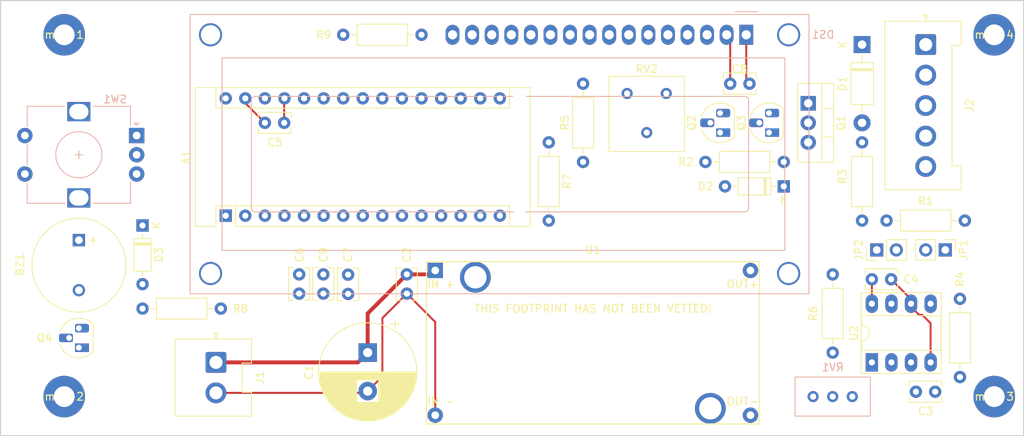
<source format=kicad_pcb>
(kicad_pcb (version 20171130) (host pcbnew 5.0.2+dfsg1-1)

  (general
    (thickness 1.6)
    (drawings 4)
    (tracks 30)
    (zones 0)
    (modules 41)
    (nets 49)
  )

  (page USLetter)
  (title_block
    (title "Soldering Station 907")
    (date 2019-07-24)
    (rev v0.0.1)
    (company "Mithat Konar")
    (comment 4 "Derived from https://github.com/sfrwmaker/soldering_907_lcd")
  )

  (layers
    (0 F.Cu signal)
    (31 B.Cu signal)
    (32 B.Adhes user)
    (33 F.Adhes user)
    (34 B.Paste user)
    (35 F.Paste user)
    (36 B.SilkS user)
    (37 F.SilkS user)
    (38 B.Mask user)
    (39 F.Mask user)
    (40 Dwgs.User user)
    (41 Cmts.User user)
    (42 Eco1.User user)
    (43 Eco2.User user)
    (44 Edge.Cuts user)
    (45 Margin user)
    (46 B.CrtYd user)
    (47 F.CrtYd user)
    (48 B.Fab user)
    (49 F.Fab user hide)
  )

  (setup
    (last_trace_width 0.254)
    (trace_clearance 0.254)
    (zone_clearance 0.508)
    (zone_45_only no)
    (trace_min 0.2)
    (segment_width 0.2)
    (edge_width 0.15)
    (via_size 0.889)
    (via_drill 0.635)
    (via_min_size 0.4)
    (via_min_drill 0.3)
    (uvia_size 0.508)
    (uvia_drill 0.127)
    (uvias_allowed no)
    (uvia_min_size 0.2)
    (uvia_min_drill 0.1)
    (pcb_text_width 0.3)
    (pcb_text_size 1.5 1.5)
    (mod_edge_width 0.15)
    (mod_text_size 1.016 1.016)
    (mod_text_width 0.1524)
    (pad_size 1.524 1.524)
    (pad_drill 0.762)
    (pad_to_mask_clearance 0.0635)
    (solder_mask_min_width 0.25)
    (aux_axis_origin 0 0)
    (visible_elements FFFFFF7F)
    (pcbplotparams
      (layerselection 0x010fc_ffffffff)
      (usegerberextensions false)
      (usegerberattributes false)
      (usegerberadvancedattributes false)
      (creategerberjobfile false)
      (excludeedgelayer true)
      (linewidth 0.100000)
      (plotframeref false)
      (viasonmask false)
      (mode 1)
      (useauxorigin false)
      (hpglpennumber 1)
      (hpglpenspeed 20)
      (hpglpendiameter 15.000000)
      (psnegative false)
      (psa4output false)
      (plotreference true)
      (plotvalue true)
      (plotinvisibletext false)
      (padsonsilk false)
      (subtractmaskfromsilk false)
      (outputformat 1)
      (mirror false)
      (drillshape 1)
      (scaleselection 1)
      (outputdirectory ""))
  )

  (net 0 "")
  (net 1 "Net-(A1-Pad1)")
  (net 2 "Net-(A1-Pad17)")
  (net 3 "Net-(A1-Pad2)")
  (net 4 +5VD)
  (net 5 "Net-(A1-Pad3)")
  (net 6 /probePIN)
  (net 7 GNDD)
  (net 8 "Net-(A1-Pad20)")
  (net 9 /R_MAIN_PIN)
  (net 10 "Net-(A1-Pad21)")
  (net 11 /R_BUTN_PIN)
  (net 12 "Net-(A1-Pad22)")
  (net 13 /R_SECD_PIN)
  (net 14 "Net-(A1-Pad23)")
  (net 15 /LCD_DB4_PIN)
  (net 16 "Net-(A1-Pad24)")
  (net 17 /LCD_DB5_PIN)
  (net 18 "Net-(A1-Pad25)")
  (net 19 /LCD_DB6_PIN)
  (net 20 "Net-(A1-Pad26)")
  (net 21 /LCD_DB7_PIN)
  (net 22 "Net-(A1-Pad12)")
  (net 23 "Net-(A1-Pad28)")
  (net 24 /heaterPIN)
  (net 25 /buzzerPIN)
  (net 26 "Net-(A1-Pad30)")
  (net 27 /LCD_E_PIN)
  (net 28 /LCD_RS_PIN)
  (net 29 "Net-(BZ1-Pad2)")
  (net 30 +24V)
  (net 31 "Net-(C3-Pad1)")
  (net 32 /heater-)
  (net 33 "Net-(D2-Pad1)")
  (net 34 "Net-(DS1-Pad3)")
  (net 35 "Net-(DS1-Pad7)")
  (net 36 "Net-(DS1-Pad8)")
  (net 37 "Net-(DS1-Pad9)")
  (net 38 "Net-(DS1-Pad10)")
  (net 39 "Net-(DS1-Pad15)")
  (net 40 /sensor+)
  (net 41 "Net-(JP2-Pad1)")
  (net 42 "Net-(Q2-Pad2)")
  (net 43 "Net-(Q2-Pad1)")
  (net 44 "Net-(Q4-Pad2)")
  (net 45 "Net-(R4-Pad1)")
  (net 46 "Net-(R6-Pad1)")
  (net 47 "Net-(R6-Pad2)")
  (net 48 "Net-(U2-Pad5)")

  (net_class Default "This is the default net class."
    (clearance 0.254)
    (trace_width 0.254)
    (via_dia 0.889)
    (via_drill 0.635)
    (uvia_dia 0.508)
    (uvia_drill 0.127)
    (diff_pair_gap 0.254)
    (diff_pair_width 0.254)
    (add_net +5VD)
    (add_net /LCD_DB4_PIN)
    (add_net /LCD_DB5_PIN)
    (add_net /LCD_DB6_PIN)
    (add_net /LCD_DB7_PIN)
    (add_net /LCD_E_PIN)
    (add_net /LCD_RS_PIN)
    (add_net /R_BUTN_PIN)
    (add_net /R_MAIN_PIN)
    (add_net /R_SECD_PIN)
    (add_net /buzzerPIN)
    (add_net /heaterPIN)
    (add_net /probePIN)
    (add_net /sensor+)
    (add_net GNDD)
    (add_net "Net-(A1-Pad1)")
    (add_net "Net-(A1-Pad12)")
    (add_net "Net-(A1-Pad17)")
    (add_net "Net-(A1-Pad2)")
    (add_net "Net-(A1-Pad20)")
    (add_net "Net-(A1-Pad21)")
    (add_net "Net-(A1-Pad22)")
    (add_net "Net-(A1-Pad23)")
    (add_net "Net-(A1-Pad24)")
    (add_net "Net-(A1-Pad25)")
    (add_net "Net-(A1-Pad26)")
    (add_net "Net-(A1-Pad28)")
    (add_net "Net-(A1-Pad3)")
    (add_net "Net-(A1-Pad30)")
    (add_net "Net-(BZ1-Pad2)")
    (add_net "Net-(C3-Pad1)")
    (add_net "Net-(D2-Pad1)")
    (add_net "Net-(DS1-Pad10)")
    (add_net "Net-(DS1-Pad15)")
    (add_net "Net-(DS1-Pad3)")
    (add_net "Net-(DS1-Pad7)")
    (add_net "Net-(DS1-Pad8)")
    (add_net "Net-(DS1-Pad9)")
    (add_net "Net-(JP2-Pad1)")
    (add_net "Net-(Q2-Pad1)")
    (add_net "Net-(Q2-Pad2)")
    (add_net "Net-(Q4-Pad2)")
    (add_net "Net-(R4-Pad1)")
    (add_net "Net-(R6-Pad1)")
    (add_net "Net-(R6-Pad2)")
    (add_net "Net-(U2-Pad5)")
  )

  (net_class PWR ""
    (clearance 0.254)
    (trace_width 0.508)
    (via_dia 1.27)
    (via_drill 0.889)
    (uvia_dia 0.508)
    (uvia_drill 0.127)
    (diff_pair_gap 0.254)
    (diff_pair_width 0.254)
    (add_net +24V)
    (add_net /heater-)
  )

  (module local:LM2596_regulator_module (layer F.Cu) (tedit 5D38F039) (tstamp 5D3A06A9)
    (at 151.13 95.25)
    (path /5D67BB29)
    (fp_text reference U1 (at 0 -12.065 180) (layer F.SilkS)
      (effects (font (size 1.016 1.016) (thickness 0.1524)))
    )
    (fp_text value LM2596_regulator_module (at 0 1.27) (layer F.Fab)
      (effects (font (size 1.016 1.016) (thickness 0.1524)))
    )
    (fp_line (start 21.59 10.54) (end 21.59 -10.54) (layer F.SilkS) (width 0.15))
    (fp_line (start 21.72 -10.67) (end 21.72 10.67) (layer F.CrtYd) (width 0.05))
    (fp_line (start -21.59 10.54) (end -21.59 -10.54) (layer F.SilkS) (width 0.15))
    (fp_line (start -21.72 -10.67) (end 21.72 -10.67) (layer F.CrtYd) (width 0.05))
    (fp_line (start -21.72 -10.67) (end -21.72 10.67) (layer F.CrtYd) (width 0.05))
    (fp_line (start -21.72 10.67) (end 21.72 10.67) (layer F.CrtYd) (width 0.05))
    (fp_line (start 21.59 10.54) (end -21.59 10.54) (layer F.SilkS) (width 0.15))
    (fp_line (start 21.59 -10.54) (end -21.59 -10.54) (layer F.SilkS) (width 0.15))
    (fp_text user "THIS FOOTPRINT HAS NOT BEEN VETTED!" (at 0 -4.445) (layer F.SilkS)
      (effects (font (size 1.016 1.016) (thickness 0.1524)))
    )
    (fp_text user "IN +" (at -19.685 -7.62) (layer F.SilkS)
      (effects (font (size 1.016 1.016) (thickness 0.1524)))
    )
    (fp_text user "IN -" (at -19.685 7.62) (layer F.SilkS)
      (effects (font (size 1.016 1.016) (thickness 0.1524)))
    )
    (fp_text user OUT- (at 19.431 7.62) (layer F.SilkS)
      (effects (font (size 1.016 1.016) (thickness 0.1524)))
    )
    (fp_text user OUT+ (at 19.431 -7.62) (layer F.SilkS)
      (effects (font (size 1.016 1.016) (thickness 0.1524)))
    )
    (pad 1 thru_hole rect (at -20.447 -9.398) (size 2 2) (drill 1) (layers *.Cu *.Mask)
      (net 30 +24V))
    (pad 4 thru_hole circle (at 20.447 -9.398) (size 2 2) (drill 1) (layers *.Cu *.Mask)
      (net 4 +5VD))
    (pad 2 thru_hole circle (at -20.447 9.398) (size 2 2) (drill 1) (layers *.Cu *.Mask)
      (net 7 GNDD))
    (pad 3 thru_hole circle (at 20.447 9.398) (size 2 2) (drill 1) (layers *.Cu *.Mask)
      (net 7 GNDD))
    (pad "" thru_hole circle (at -15.24 -8.509) (size 4 4) (drill 2.9) (layers *.Cu *.Mask))
    (pad "" thru_hole circle (at 15.24 8.509) (size 4 4) (drill 2.9) (layers *.Cu *.Mask))
  )

  (module Capacitor_THT:CP_Radial_D12.5mm_P5.00mm (layer F.Cu) (tedit 5AE50EF1) (tstamp 5D392F65)
    (at 121.92 96.52 270)
    (descr "CP, Radial series, Radial, pin pitch=5.00mm, , diameter=12.5mm, Electrolytic Capacitor")
    (tags "CP Radial series Radial pin pitch 5.00mm  diameter 12.5mm Electrolytic Capacitor")
    (path /5D69CB0B)
    (fp_text reference C1 (at 2.54 7.62 270) (layer F.SilkS)
      (effects (font (size 1.016 1.016) (thickness 0.1524)))
    )
    (fp_text value 1000u (at 2.54 -2.54 270) (layer F.Fab)
      (effects (font (size 1.016 1.016) (thickness 0.1524)))
    )
    (fp_circle (center 2.5 0) (end 8.75 0) (layer F.Fab) (width 0.1))
    (fp_circle (center 2.5 0) (end 8.87 0) (layer F.SilkS) (width 0.12))
    (fp_circle (center 2.5 0) (end 9 0) (layer F.CrtYd) (width 0.05))
    (fp_line (start -2.866489 -2.7375) (end -1.616489 -2.7375) (layer F.Fab) (width 0.1))
    (fp_line (start -2.241489 -3.3625) (end -2.241489 -2.1125) (layer F.Fab) (width 0.1))
    (fp_line (start 2.5 -6.33) (end 2.5 6.33) (layer F.SilkS) (width 0.12))
    (fp_line (start 2.54 -6.33) (end 2.54 6.33) (layer F.SilkS) (width 0.12))
    (fp_line (start 2.58 -6.33) (end 2.58 6.33) (layer F.SilkS) (width 0.12))
    (fp_line (start 2.62 -6.329) (end 2.62 6.329) (layer F.SilkS) (width 0.12))
    (fp_line (start 2.66 -6.328) (end 2.66 6.328) (layer F.SilkS) (width 0.12))
    (fp_line (start 2.7 -6.327) (end 2.7 6.327) (layer F.SilkS) (width 0.12))
    (fp_line (start 2.74 -6.326) (end 2.74 6.326) (layer F.SilkS) (width 0.12))
    (fp_line (start 2.78 -6.324) (end 2.78 6.324) (layer F.SilkS) (width 0.12))
    (fp_line (start 2.82 -6.322) (end 2.82 6.322) (layer F.SilkS) (width 0.12))
    (fp_line (start 2.86 -6.32) (end 2.86 6.32) (layer F.SilkS) (width 0.12))
    (fp_line (start 2.9 -6.318) (end 2.9 6.318) (layer F.SilkS) (width 0.12))
    (fp_line (start 2.94 -6.315) (end 2.94 6.315) (layer F.SilkS) (width 0.12))
    (fp_line (start 2.98 -6.312) (end 2.98 6.312) (layer F.SilkS) (width 0.12))
    (fp_line (start 3.02 -6.309) (end 3.02 6.309) (layer F.SilkS) (width 0.12))
    (fp_line (start 3.06 -6.306) (end 3.06 6.306) (layer F.SilkS) (width 0.12))
    (fp_line (start 3.1 -6.302) (end 3.1 6.302) (layer F.SilkS) (width 0.12))
    (fp_line (start 3.14 -6.298) (end 3.14 6.298) (layer F.SilkS) (width 0.12))
    (fp_line (start 3.18 -6.294) (end 3.18 6.294) (layer F.SilkS) (width 0.12))
    (fp_line (start 3.221 -6.29) (end 3.221 6.29) (layer F.SilkS) (width 0.12))
    (fp_line (start 3.261 -6.285) (end 3.261 6.285) (layer F.SilkS) (width 0.12))
    (fp_line (start 3.301 -6.28) (end 3.301 6.28) (layer F.SilkS) (width 0.12))
    (fp_line (start 3.341 -6.275) (end 3.341 6.275) (layer F.SilkS) (width 0.12))
    (fp_line (start 3.381 -6.269) (end 3.381 6.269) (layer F.SilkS) (width 0.12))
    (fp_line (start 3.421 -6.264) (end 3.421 6.264) (layer F.SilkS) (width 0.12))
    (fp_line (start 3.461 -6.258) (end 3.461 6.258) (layer F.SilkS) (width 0.12))
    (fp_line (start 3.501 -6.252) (end 3.501 6.252) (layer F.SilkS) (width 0.12))
    (fp_line (start 3.541 -6.245) (end 3.541 6.245) (layer F.SilkS) (width 0.12))
    (fp_line (start 3.581 -6.238) (end 3.581 -1.44) (layer F.SilkS) (width 0.12))
    (fp_line (start 3.581 1.44) (end 3.581 6.238) (layer F.SilkS) (width 0.12))
    (fp_line (start 3.621 -6.231) (end 3.621 -1.44) (layer F.SilkS) (width 0.12))
    (fp_line (start 3.621 1.44) (end 3.621 6.231) (layer F.SilkS) (width 0.12))
    (fp_line (start 3.661 -6.224) (end 3.661 -1.44) (layer F.SilkS) (width 0.12))
    (fp_line (start 3.661 1.44) (end 3.661 6.224) (layer F.SilkS) (width 0.12))
    (fp_line (start 3.701 -6.216) (end 3.701 -1.44) (layer F.SilkS) (width 0.12))
    (fp_line (start 3.701 1.44) (end 3.701 6.216) (layer F.SilkS) (width 0.12))
    (fp_line (start 3.741 -6.209) (end 3.741 -1.44) (layer F.SilkS) (width 0.12))
    (fp_line (start 3.741 1.44) (end 3.741 6.209) (layer F.SilkS) (width 0.12))
    (fp_line (start 3.781 -6.201) (end 3.781 -1.44) (layer F.SilkS) (width 0.12))
    (fp_line (start 3.781 1.44) (end 3.781 6.201) (layer F.SilkS) (width 0.12))
    (fp_line (start 3.821 -6.192) (end 3.821 -1.44) (layer F.SilkS) (width 0.12))
    (fp_line (start 3.821 1.44) (end 3.821 6.192) (layer F.SilkS) (width 0.12))
    (fp_line (start 3.861 -6.184) (end 3.861 -1.44) (layer F.SilkS) (width 0.12))
    (fp_line (start 3.861 1.44) (end 3.861 6.184) (layer F.SilkS) (width 0.12))
    (fp_line (start 3.901 -6.175) (end 3.901 -1.44) (layer F.SilkS) (width 0.12))
    (fp_line (start 3.901 1.44) (end 3.901 6.175) (layer F.SilkS) (width 0.12))
    (fp_line (start 3.941 -6.166) (end 3.941 -1.44) (layer F.SilkS) (width 0.12))
    (fp_line (start 3.941 1.44) (end 3.941 6.166) (layer F.SilkS) (width 0.12))
    (fp_line (start 3.981 -6.156) (end 3.981 -1.44) (layer F.SilkS) (width 0.12))
    (fp_line (start 3.981 1.44) (end 3.981 6.156) (layer F.SilkS) (width 0.12))
    (fp_line (start 4.021 -6.146) (end 4.021 -1.44) (layer F.SilkS) (width 0.12))
    (fp_line (start 4.021 1.44) (end 4.021 6.146) (layer F.SilkS) (width 0.12))
    (fp_line (start 4.061 -6.137) (end 4.061 -1.44) (layer F.SilkS) (width 0.12))
    (fp_line (start 4.061 1.44) (end 4.061 6.137) (layer F.SilkS) (width 0.12))
    (fp_line (start 4.101 -6.126) (end 4.101 -1.44) (layer F.SilkS) (width 0.12))
    (fp_line (start 4.101 1.44) (end 4.101 6.126) (layer F.SilkS) (width 0.12))
    (fp_line (start 4.141 -6.116) (end 4.141 -1.44) (layer F.SilkS) (width 0.12))
    (fp_line (start 4.141 1.44) (end 4.141 6.116) (layer F.SilkS) (width 0.12))
    (fp_line (start 4.181 -6.105) (end 4.181 -1.44) (layer F.SilkS) (width 0.12))
    (fp_line (start 4.181 1.44) (end 4.181 6.105) (layer F.SilkS) (width 0.12))
    (fp_line (start 4.221 -6.094) (end 4.221 -1.44) (layer F.SilkS) (width 0.12))
    (fp_line (start 4.221 1.44) (end 4.221 6.094) (layer F.SilkS) (width 0.12))
    (fp_line (start 4.261 -6.083) (end 4.261 -1.44) (layer F.SilkS) (width 0.12))
    (fp_line (start 4.261 1.44) (end 4.261 6.083) (layer F.SilkS) (width 0.12))
    (fp_line (start 4.301 -6.071) (end 4.301 -1.44) (layer F.SilkS) (width 0.12))
    (fp_line (start 4.301 1.44) (end 4.301 6.071) (layer F.SilkS) (width 0.12))
    (fp_line (start 4.341 -6.059) (end 4.341 -1.44) (layer F.SilkS) (width 0.12))
    (fp_line (start 4.341 1.44) (end 4.341 6.059) (layer F.SilkS) (width 0.12))
    (fp_line (start 4.381 -6.047) (end 4.381 -1.44) (layer F.SilkS) (width 0.12))
    (fp_line (start 4.381 1.44) (end 4.381 6.047) (layer F.SilkS) (width 0.12))
    (fp_line (start 4.421 -6.034) (end 4.421 -1.44) (layer F.SilkS) (width 0.12))
    (fp_line (start 4.421 1.44) (end 4.421 6.034) (layer F.SilkS) (width 0.12))
    (fp_line (start 4.461 -6.021) (end 4.461 -1.44) (layer F.SilkS) (width 0.12))
    (fp_line (start 4.461 1.44) (end 4.461 6.021) (layer F.SilkS) (width 0.12))
    (fp_line (start 4.501 -6.008) (end 4.501 -1.44) (layer F.SilkS) (width 0.12))
    (fp_line (start 4.501 1.44) (end 4.501 6.008) (layer F.SilkS) (width 0.12))
    (fp_line (start 4.541 -5.995) (end 4.541 -1.44) (layer F.SilkS) (width 0.12))
    (fp_line (start 4.541 1.44) (end 4.541 5.995) (layer F.SilkS) (width 0.12))
    (fp_line (start 4.581 -5.981) (end 4.581 -1.44) (layer F.SilkS) (width 0.12))
    (fp_line (start 4.581 1.44) (end 4.581 5.981) (layer F.SilkS) (width 0.12))
    (fp_line (start 4.621 -5.967) (end 4.621 -1.44) (layer F.SilkS) (width 0.12))
    (fp_line (start 4.621 1.44) (end 4.621 5.967) (layer F.SilkS) (width 0.12))
    (fp_line (start 4.661 -5.953) (end 4.661 -1.44) (layer F.SilkS) (width 0.12))
    (fp_line (start 4.661 1.44) (end 4.661 5.953) (layer F.SilkS) (width 0.12))
    (fp_line (start 4.701 -5.939) (end 4.701 -1.44) (layer F.SilkS) (width 0.12))
    (fp_line (start 4.701 1.44) (end 4.701 5.939) (layer F.SilkS) (width 0.12))
    (fp_line (start 4.741 -5.924) (end 4.741 -1.44) (layer F.SilkS) (width 0.12))
    (fp_line (start 4.741 1.44) (end 4.741 5.924) (layer F.SilkS) (width 0.12))
    (fp_line (start 4.781 -5.908) (end 4.781 -1.44) (layer F.SilkS) (width 0.12))
    (fp_line (start 4.781 1.44) (end 4.781 5.908) (layer F.SilkS) (width 0.12))
    (fp_line (start 4.821 -5.893) (end 4.821 -1.44) (layer F.SilkS) (width 0.12))
    (fp_line (start 4.821 1.44) (end 4.821 5.893) (layer F.SilkS) (width 0.12))
    (fp_line (start 4.861 -5.877) (end 4.861 -1.44) (layer F.SilkS) (width 0.12))
    (fp_line (start 4.861 1.44) (end 4.861 5.877) (layer F.SilkS) (width 0.12))
    (fp_line (start 4.901 -5.861) (end 4.901 -1.44) (layer F.SilkS) (width 0.12))
    (fp_line (start 4.901 1.44) (end 4.901 5.861) (layer F.SilkS) (width 0.12))
    (fp_line (start 4.941 -5.845) (end 4.941 -1.44) (layer F.SilkS) (width 0.12))
    (fp_line (start 4.941 1.44) (end 4.941 5.845) (layer F.SilkS) (width 0.12))
    (fp_line (start 4.981 -5.828) (end 4.981 -1.44) (layer F.SilkS) (width 0.12))
    (fp_line (start 4.981 1.44) (end 4.981 5.828) (layer F.SilkS) (width 0.12))
    (fp_line (start 5.021 -5.811) (end 5.021 -1.44) (layer F.SilkS) (width 0.12))
    (fp_line (start 5.021 1.44) (end 5.021 5.811) (layer F.SilkS) (width 0.12))
    (fp_line (start 5.061 -5.793) (end 5.061 -1.44) (layer F.SilkS) (width 0.12))
    (fp_line (start 5.061 1.44) (end 5.061 5.793) (layer F.SilkS) (width 0.12))
    (fp_line (start 5.101 -5.776) (end 5.101 -1.44) (layer F.SilkS) (width 0.12))
    (fp_line (start 5.101 1.44) (end 5.101 5.776) (layer F.SilkS) (width 0.12))
    (fp_line (start 5.141 -5.758) (end 5.141 -1.44) (layer F.SilkS) (width 0.12))
    (fp_line (start 5.141 1.44) (end 5.141 5.758) (layer F.SilkS) (width 0.12))
    (fp_line (start 5.181 -5.739) (end 5.181 -1.44) (layer F.SilkS) (width 0.12))
    (fp_line (start 5.181 1.44) (end 5.181 5.739) (layer F.SilkS) (width 0.12))
    (fp_line (start 5.221 -5.721) (end 5.221 -1.44) (layer F.SilkS) (width 0.12))
    (fp_line (start 5.221 1.44) (end 5.221 5.721) (layer F.SilkS) (width 0.12))
    (fp_line (start 5.261 -5.702) (end 5.261 -1.44) (layer F.SilkS) (width 0.12))
    (fp_line (start 5.261 1.44) (end 5.261 5.702) (layer F.SilkS) (width 0.12))
    (fp_line (start 5.301 -5.682) (end 5.301 -1.44) (layer F.SilkS) (width 0.12))
    (fp_line (start 5.301 1.44) (end 5.301 5.682) (layer F.SilkS) (width 0.12))
    (fp_line (start 5.341 -5.662) (end 5.341 -1.44) (layer F.SilkS) (width 0.12))
    (fp_line (start 5.341 1.44) (end 5.341 5.662) (layer F.SilkS) (width 0.12))
    (fp_line (start 5.381 -5.642) (end 5.381 -1.44) (layer F.SilkS) (width 0.12))
    (fp_line (start 5.381 1.44) (end 5.381 5.642) (layer F.SilkS) (width 0.12))
    (fp_line (start 5.421 -5.622) (end 5.421 -1.44) (layer F.SilkS) (width 0.12))
    (fp_line (start 5.421 1.44) (end 5.421 5.622) (layer F.SilkS) (width 0.12))
    (fp_line (start 5.461 -5.601) (end 5.461 -1.44) (layer F.SilkS) (width 0.12))
    (fp_line (start 5.461 1.44) (end 5.461 5.601) (layer F.SilkS) (width 0.12))
    (fp_line (start 5.501 -5.58) (end 5.501 -1.44) (layer F.SilkS) (width 0.12))
    (fp_line (start 5.501 1.44) (end 5.501 5.58) (layer F.SilkS) (width 0.12))
    (fp_line (start 5.541 -5.558) (end 5.541 -1.44) (layer F.SilkS) (width 0.12))
    (fp_line (start 5.541 1.44) (end 5.541 5.558) (layer F.SilkS) (width 0.12))
    (fp_line (start 5.581 -5.536) (end 5.581 -1.44) (layer F.SilkS) (width 0.12))
    (fp_line (start 5.581 1.44) (end 5.581 5.536) (layer F.SilkS) (width 0.12))
    (fp_line (start 5.621 -5.514) (end 5.621 -1.44) (layer F.SilkS) (width 0.12))
    (fp_line (start 5.621 1.44) (end 5.621 5.514) (layer F.SilkS) (width 0.12))
    (fp_line (start 5.661 -5.491) (end 5.661 -1.44) (layer F.SilkS) (width 0.12))
    (fp_line (start 5.661 1.44) (end 5.661 5.491) (layer F.SilkS) (width 0.12))
    (fp_line (start 5.701 -5.468) (end 5.701 -1.44) (layer F.SilkS) (width 0.12))
    (fp_line (start 5.701 1.44) (end 5.701 5.468) (layer F.SilkS) (width 0.12))
    (fp_line (start 5.741 -5.445) (end 5.741 -1.44) (layer F.SilkS) (width 0.12))
    (fp_line (start 5.741 1.44) (end 5.741 5.445) (layer F.SilkS) (width 0.12))
    (fp_line (start 5.781 -5.421) (end 5.781 -1.44) (layer F.SilkS) (width 0.12))
    (fp_line (start 5.781 1.44) (end 5.781 5.421) (layer F.SilkS) (width 0.12))
    (fp_line (start 5.821 -5.397) (end 5.821 -1.44) (layer F.SilkS) (width 0.12))
    (fp_line (start 5.821 1.44) (end 5.821 5.397) (layer F.SilkS) (width 0.12))
    (fp_line (start 5.861 -5.372) (end 5.861 -1.44) (layer F.SilkS) (width 0.12))
    (fp_line (start 5.861 1.44) (end 5.861 5.372) (layer F.SilkS) (width 0.12))
    (fp_line (start 5.901 -5.347) (end 5.901 -1.44) (layer F.SilkS) (width 0.12))
    (fp_line (start 5.901 1.44) (end 5.901 5.347) (layer F.SilkS) (width 0.12))
    (fp_line (start 5.941 -5.322) (end 5.941 -1.44) (layer F.SilkS) (width 0.12))
    (fp_line (start 5.941 1.44) (end 5.941 5.322) (layer F.SilkS) (width 0.12))
    (fp_line (start 5.981 -5.296) (end 5.981 -1.44) (layer F.SilkS) (width 0.12))
    (fp_line (start 5.981 1.44) (end 5.981 5.296) (layer F.SilkS) (width 0.12))
    (fp_line (start 6.021 -5.27) (end 6.021 -1.44) (layer F.SilkS) (width 0.12))
    (fp_line (start 6.021 1.44) (end 6.021 5.27) (layer F.SilkS) (width 0.12))
    (fp_line (start 6.061 -5.243) (end 6.061 -1.44) (layer F.SilkS) (width 0.12))
    (fp_line (start 6.061 1.44) (end 6.061 5.243) (layer F.SilkS) (width 0.12))
    (fp_line (start 6.101 -5.216) (end 6.101 -1.44) (layer F.SilkS) (width 0.12))
    (fp_line (start 6.101 1.44) (end 6.101 5.216) (layer F.SilkS) (width 0.12))
    (fp_line (start 6.141 -5.188) (end 6.141 -1.44) (layer F.SilkS) (width 0.12))
    (fp_line (start 6.141 1.44) (end 6.141 5.188) (layer F.SilkS) (width 0.12))
    (fp_line (start 6.181 -5.16) (end 6.181 -1.44) (layer F.SilkS) (width 0.12))
    (fp_line (start 6.181 1.44) (end 6.181 5.16) (layer F.SilkS) (width 0.12))
    (fp_line (start 6.221 -5.131) (end 6.221 -1.44) (layer F.SilkS) (width 0.12))
    (fp_line (start 6.221 1.44) (end 6.221 5.131) (layer F.SilkS) (width 0.12))
    (fp_line (start 6.261 -5.102) (end 6.261 -1.44) (layer F.SilkS) (width 0.12))
    (fp_line (start 6.261 1.44) (end 6.261 5.102) (layer F.SilkS) (width 0.12))
    (fp_line (start 6.301 -5.073) (end 6.301 -1.44) (layer F.SilkS) (width 0.12))
    (fp_line (start 6.301 1.44) (end 6.301 5.073) (layer F.SilkS) (width 0.12))
    (fp_line (start 6.341 -5.043) (end 6.341 -1.44) (layer F.SilkS) (width 0.12))
    (fp_line (start 6.341 1.44) (end 6.341 5.043) (layer F.SilkS) (width 0.12))
    (fp_line (start 6.381 -5.012) (end 6.381 -1.44) (layer F.SilkS) (width 0.12))
    (fp_line (start 6.381 1.44) (end 6.381 5.012) (layer F.SilkS) (width 0.12))
    (fp_line (start 6.421 -4.982) (end 6.421 -1.44) (layer F.SilkS) (width 0.12))
    (fp_line (start 6.421 1.44) (end 6.421 4.982) (layer F.SilkS) (width 0.12))
    (fp_line (start 6.461 -4.95) (end 6.461 4.95) (layer F.SilkS) (width 0.12))
    (fp_line (start 6.501 -4.918) (end 6.501 4.918) (layer F.SilkS) (width 0.12))
    (fp_line (start 6.541 -4.885) (end 6.541 4.885) (layer F.SilkS) (width 0.12))
    (fp_line (start 6.581 -4.852) (end 6.581 4.852) (layer F.SilkS) (width 0.12))
    (fp_line (start 6.621 -4.819) (end 6.621 4.819) (layer F.SilkS) (width 0.12))
    (fp_line (start 6.661 -4.785) (end 6.661 4.785) (layer F.SilkS) (width 0.12))
    (fp_line (start 6.701 -4.75) (end 6.701 4.75) (layer F.SilkS) (width 0.12))
    (fp_line (start 6.741 -4.714) (end 6.741 4.714) (layer F.SilkS) (width 0.12))
    (fp_line (start 6.781 -4.678) (end 6.781 4.678) (layer F.SilkS) (width 0.12))
    (fp_line (start 6.821 -4.642) (end 6.821 4.642) (layer F.SilkS) (width 0.12))
    (fp_line (start 6.861 -4.605) (end 6.861 4.605) (layer F.SilkS) (width 0.12))
    (fp_line (start 6.901 -4.567) (end 6.901 4.567) (layer F.SilkS) (width 0.12))
    (fp_line (start 6.941 -4.528) (end 6.941 4.528) (layer F.SilkS) (width 0.12))
    (fp_line (start 6.981 -4.489) (end 6.981 4.489) (layer F.SilkS) (width 0.12))
    (fp_line (start 7.021 -4.449) (end 7.021 4.449) (layer F.SilkS) (width 0.12))
    (fp_line (start 7.061 -4.408) (end 7.061 4.408) (layer F.SilkS) (width 0.12))
    (fp_line (start 7.101 -4.367) (end 7.101 4.367) (layer F.SilkS) (width 0.12))
    (fp_line (start 7.141 -4.325) (end 7.141 4.325) (layer F.SilkS) (width 0.12))
    (fp_line (start 7.181 -4.282) (end 7.181 4.282) (layer F.SilkS) (width 0.12))
    (fp_line (start 7.221 -4.238) (end 7.221 4.238) (layer F.SilkS) (width 0.12))
    (fp_line (start 7.261 -4.194) (end 7.261 4.194) (layer F.SilkS) (width 0.12))
    (fp_line (start 7.301 -4.148) (end 7.301 4.148) (layer F.SilkS) (width 0.12))
    (fp_line (start 7.341 -4.102) (end 7.341 4.102) (layer F.SilkS) (width 0.12))
    (fp_line (start 7.381 -4.055) (end 7.381 4.055) (layer F.SilkS) (width 0.12))
    (fp_line (start 7.421 -4.007) (end 7.421 4.007) (layer F.SilkS) (width 0.12))
    (fp_line (start 7.461 -3.957) (end 7.461 3.957) (layer F.SilkS) (width 0.12))
    (fp_line (start 7.501 -3.907) (end 7.501 3.907) (layer F.SilkS) (width 0.12))
    (fp_line (start 7.541 -3.856) (end 7.541 3.856) (layer F.SilkS) (width 0.12))
    (fp_line (start 7.581 -3.804) (end 7.581 3.804) (layer F.SilkS) (width 0.12))
    (fp_line (start 7.621 -3.75) (end 7.621 3.75) (layer F.SilkS) (width 0.12))
    (fp_line (start 7.661 -3.696) (end 7.661 3.696) (layer F.SilkS) (width 0.12))
    (fp_line (start 7.701 -3.64) (end 7.701 3.64) (layer F.SilkS) (width 0.12))
    (fp_line (start 7.741 -3.583) (end 7.741 3.583) (layer F.SilkS) (width 0.12))
    (fp_line (start 7.781 -3.524) (end 7.781 3.524) (layer F.SilkS) (width 0.12))
    (fp_line (start 7.821 -3.464) (end 7.821 3.464) (layer F.SilkS) (width 0.12))
    (fp_line (start 7.861 -3.402) (end 7.861 3.402) (layer F.SilkS) (width 0.12))
    (fp_line (start 7.901 -3.339) (end 7.901 3.339) (layer F.SilkS) (width 0.12))
    (fp_line (start 7.941 -3.275) (end 7.941 3.275) (layer F.SilkS) (width 0.12))
    (fp_line (start 7.981 -3.208) (end 7.981 3.208) (layer F.SilkS) (width 0.12))
    (fp_line (start 8.021 -3.14) (end 8.021 3.14) (layer F.SilkS) (width 0.12))
    (fp_line (start 8.061 -3.069) (end 8.061 3.069) (layer F.SilkS) (width 0.12))
    (fp_line (start 8.101 -2.996) (end 8.101 2.996) (layer F.SilkS) (width 0.12))
    (fp_line (start 8.141 -2.921) (end 8.141 2.921) (layer F.SilkS) (width 0.12))
    (fp_line (start 8.181 -2.844) (end 8.181 2.844) (layer F.SilkS) (width 0.12))
    (fp_line (start 8.221 -2.764) (end 8.221 2.764) (layer F.SilkS) (width 0.12))
    (fp_line (start 8.261 -2.681) (end 8.261 2.681) (layer F.SilkS) (width 0.12))
    (fp_line (start 8.301 -2.594) (end 8.301 2.594) (layer F.SilkS) (width 0.12))
    (fp_line (start 8.341 -2.504) (end 8.341 2.504) (layer F.SilkS) (width 0.12))
    (fp_line (start 8.381 -2.41) (end 8.381 2.41) (layer F.SilkS) (width 0.12))
    (fp_line (start 8.421 -2.312) (end 8.421 2.312) (layer F.SilkS) (width 0.12))
    (fp_line (start 8.461 -2.209) (end 8.461 2.209) (layer F.SilkS) (width 0.12))
    (fp_line (start 8.501 -2.1) (end 8.501 2.1) (layer F.SilkS) (width 0.12))
    (fp_line (start 8.541 -1.984) (end 8.541 1.984) (layer F.SilkS) (width 0.12))
    (fp_line (start 8.581 -1.861) (end 8.581 1.861) (layer F.SilkS) (width 0.12))
    (fp_line (start 8.621 -1.728) (end 8.621 1.728) (layer F.SilkS) (width 0.12))
    (fp_line (start 8.661 -1.583) (end 8.661 1.583) (layer F.SilkS) (width 0.12))
    (fp_line (start 8.701 -1.422) (end 8.701 1.422) (layer F.SilkS) (width 0.12))
    (fp_line (start 8.741 -1.241) (end 8.741 1.241) (layer F.SilkS) (width 0.12))
    (fp_line (start 8.781 -1.028) (end 8.781 1.028) (layer F.SilkS) (width 0.12))
    (fp_line (start 8.821 -0.757) (end 8.821 0.757) (layer F.SilkS) (width 0.12))
    (fp_line (start 8.861 -0.317) (end 8.861 0.317) (layer F.SilkS) (width 0.12))
    (fp_line (start -4.317082 -3.575) (end -3.067082 -3.575) (layer F.SilkS) (width 0.12))
    (fp_line (start -3.692082 -4.2) (end -3.692082 -2.95) (layer F.SilkS) (width 0.12))
    (fp_text user %R (at 2.5 0 270) (layer F.Fab)
      (effects (font (size 1.016 1.016) (thickness 0.1524)))
    )
    (pad 1 thru_hole rect (at 0 0 270) (size 2.4 2.4) (drill 1.2) (layers *.Cu *.Mask)
      (net 30 +24V))
    (pad 2 thru_hole circle (at 5 0 270) (size 2.4 2.4) (drill 1.2) (layers *.Cu *.Mask)
      (net 7 GNDD))
    (model ${KISYS3DMOD}/Capacitor_THT.3dshapes/CP_Radial_D12.5mm_P5.00mm.wrl
      (at (xyz 0 0 0))
      (scale (xyz 1 1 1))
      (rotate (xyz 0 0 0))
    )
  )

  (module MountingHole:MountingHole_2.7mm_M2.5_Pad (layer F.Cu) (tedit 5D392F02) (tstamp 5D3A1D8A)
    (at 203.2 55.245)
    (descr "Mounting Hole 2.7mm, M2.5")
    (tags "mounting hole 2.7mm m2.5")
    (attr virtual)
    (fp_text reference mtg-4 (at 0 0) (layer F.SilkS)
      (effects (font (size 1.016 1.016) (thickness 0.1524)))
    )
    (fp_text value MountingHole_2.7mm_M2.5_Pad (at 0 3.7) (layer F.Fab)
      (effects (font (size 1.016 1.016) (thickness 0.1524)))
    )
    (fp_circle (center 0 0) (end 2.95 0) (layer F.CrtYd) (width 0.05))
    (fp_circle (center 0 0) (end 2.7 0) (layer Cmts.User) (width 0.15))
    (fp_text user %R (at 0.3 0) (layer F.Fab)
      (effects (font (size 1.016 1.016) (thickness 0.1524)))
    )
    (pad 1 thru_hole circle (at 0 0) (size 5.4 5.4) (drill 2.7) (layers *.Cu *.Mask))
  )

  (module MountingHole:MountingHole_2.7mm_M2.5_Pad (layer F.Cu) (tedit 5D392DE5) (tstamp 5D3A1D47)
    (at 203.2 102.235)
    (descr "Mounting Hole 2.7mm, M2.5")
    (tags "mounting hole 2.7mm m2.5")
    (attr virtual)
    (fp_text reference mtg-3 (at 0 0) (layer F.SilkS)
      (effects (font (size 1.016 1.016) (thickness 0.1524)))
    )
    (fp_text value MountingHole_2.7mm_M2.5_Pad (at 0 3.7) (layer F.Fab)
      (effects (font (size 1.016 1.016) (thickness 0.1524)))
    )
    (fp_text user %R (at 0.3 0) (layer F.Fab)
      (effects (font (size 1.016 1.016) (thickness 0.1524)))
    )
    (fp_circle (center 0 0) (end 2.7 0) (layer Cmts.User) (width 0.15))
    (fp_circle (center 0 0) (end 2.95 0) (layer F.CrtYd) (width 0.05))
    (pad 1 thru_hole circle (at 0 0) (size 5.4 5.4) (drill 2.7) (layers *.Cu *.Mask))
  )

  (module MountingHole:MountingHole_2.7mm_M2.5_Pad (layer F.Cu) (tedit 5D392DC6) (tstamp 5D3A1D19)
    (at 82.55 102.235)
    (descr "Mounting Hole 2.7mm, M2.5")
    (tags "mounting hole 2.7mm m2.5")
    (attr virtual)
    (fp_text reference mtg-2 (at 0 0) (layer F.SilkS)
      (effects (font (size 1.016 1.016) (thickness 0.1524)))
    )
    (fp_text value MountingHole_2.7mm_M2.5_Pad (at 0 3.7) (layer F.Fab)
      (effects (font (size 1.016 1.016) (thickness 0.1524)))
    )
    (fp_text user %R (at 0.3 0) (layer F.Fab)
      (effects (font (size 1.016 1.016) (thickness 0.1524)))
    )
    (fp_circle (center 0 0) (end 2.7 0) (layer Cmts.User) (width 0.15))
    (fp_circle (center 0 0) (end 2.95 0) (layer F.CrtYd) (width 0.05))
    (pad 1 thru_hole circle (at 0 0) (size 5.4 5.4) (drill 2.7) (layers *.Cu *.Mask))
  )

  (module Module:Arduino_Nano_WithMountingHoles (layer F.Cu) (tedit 58ACAF99) (tstamp 5D392E62)
    (at 103.505 78.74 90)
    (descr "Arduino Nano, http://www.mouser.com/pdfdocs/Gravitech_Arduino_Nano3_0.pdf")
    (tags "Arduino Nano")
    (path /5D374319)
    (fp_text reference A1 (at 7.62 -5.08 90) (layer F.SilkS)
      (effects (font (size 1.016 1.016) (thickness 0.1524)))
    )
    (fp_text value Arduino_Nano_v3.x (at 8.89 15.24 180) (layer F.Fab)
      (effects (font (size 1.016 1.016) (thickness 0.1524)))
    )
    (fp_text user %R (at 6.35 16.51 180) (layer F.Fab)
      (effects (font (size 1.016 1.016) (thickness 0.1524)))
    )
    (fp_line (start 1.27 1.27) (end 1.27 -1.27) (layer F.SilkS) (width 0.12))
    (fp_line (start 1.27 -1.27) (end -1.4 -1.27) (layer F.SilkS) (width 0.12))
    (fp_line (start -1.4 1.27) (end -1.4 39.5) (layer F.SilkS) (width 0.12))
    (fp_line (start -1.4 -3.94) (end -1.4 -1.27) (layer F.SilkS) (width 0.12))
    (fp_line (start 13.97 -1.27) (end 16.64 -1.27) (layer F.SilkS) (width 0.12))
    (fp_line (start 13.97 -1.27) (end 13.97 36.83) (layer F.SilkS) (width 0.12))
    (fp_line (start 13.97 36.83) (end 16.64 36.83) (layer F.SilkS) (width 0.12))
    (fp_line (start 1.27 1.27) (end -1.4 1.27) (layer F.SilkS) (width 0.12))
    (fp_line (start 1.27 1.27) (end 1.27 36.83) (layer F.SilkS) (width 0.12))
    (fp_line (start 1.27 36.83) (end -1.4 36.83) (layer F.SilkS) (width 0.12))
    (fp_line (start 3.81 31.75) (end 11.43 31.75) (layer F.Fab) (width 0.1))
    (fp_line (start 11.43 31.75) (end 11.43 41.91) (layer F.Fab) (width 0.1))
    (fp_line (start 11.43 41.91) (end 3.81 41.91) (layer F.Fab) (width 0.1))
    (fp_line (start 3.81 41.91) (end 3.81 31.75) (layer F.Fab) (width 0.1))
    (fp_line (start -1.4 39.5) (end 16.64 39.5) (layer F.SilkS) (width 0.12))
    (fp_line (start 16.64 39.5) (end 16.64 -3.94) (layer F.SilkS) (width 0.12))
    (fp_line (start 16.64 -3.94) (end -1.4 -3.94) (layer F.SilkS) (width 0.12))
    (fp_line (start 16.51 39.37) (end -1.27 39.37) (layer F.Fab) (width 0.1))
    (fp_line (start -1.27 39.37) (end -1.27 -2.54) (layer F.Fab) (width 0.1))
    (fp_line (start -1.27 -2.54) (end 0 -3.81) (layer F.Fab) (width 0.1))
    (fp_line (start 0 -3.81) (end 16.51 -3.81) (layer F.Fab) (width 0.1))
    (fp_line (start 16.51 -3.81) (end 16.51 39.37) (layer F.Fab) (width 0.1))
    (fp_line (start -1.53 -4.06) (end 16.75 -4.06) (layer F.CrtYd) (width 0.05))
    (fp_line (start -1.53 -4.06) (end -1.53 42.16) (layer F.CrtYd) (width 0.05))
    (fp_line (start 16.75 42.16) (end 16.75 -4.06) (layer F.CrtYd) (width 0.05))
    (fp_line (start 16.75 42.16) (end -1.53 42.16) (layer F.CrtYd) (width 0.05))
    (pad 1 thru_hole rect (at 0 0 90) (size 1.6 1.6) (drill 0.8) (layers *.Cu *.Mask)
      (net 1 "Net-(A1-Pad1)"))
    (pad 17 thru_hole oval (at 15.24 33.02 90) (size 1.6 1.6) (drill 0.8) (layers *.Cu *.Mask)
      (net 2 "Net-(A1-Pad17)"))
    (pad 2 thru_hole oval (at 0 2.54 90) (size 1.6 1.6) (drill 0.8) (layers *.Cu *.Mask)
      (net 3 "Net-(A1-Pad2)"))
    (pad 18 thru_hole oval (at 15.24 30.48 90) (size 1.6 1.6) (drill 0.8) (layers *.Cu *.Mask)
      (net 4 +5VD))
    (pad 3 thru_hole oval (at 0 5.08 90) (size 1.6 1.6) (drill 0.8) (layers *.Cu *.Mask)
      (net 5 "Net-(A1-Pad3)"))
    (pad 19 thru_hole oval (at 15.24 27.94 90) (size 1.6 1.6) (drill 0.8) (layers *.Cu *.Mask)
      (net 6 /probePIN))
    (pad 4 thru_hole oval (at 0 7.62 90) (size 1.6 1.6) (drill 0.8) (layers *.Cu *.Mask)
      (net 7 GNDD))
    (pad 20 thru_hole oval (at 15.24 25.4 90) (size 1.6 1.6) (drill 0.8) (layers *.Cu *.Mask)
      (net 8 "Net-(A1-Pad20)"))
    (pad 5 thru_hole oval (at 0 10.16 90) (size 1.6 1.6) (drill 0.8) (layers *.Cu *.Mask)
      (net 9 /R_MAIN_PIN))
    (pad 21 thru_hole oval (at 15.24 22.86 90) (size 1.6 1.6) (drill 0.8) (layers *.Cu *.Mask)
      (net 10 "Net-(A1-Pad21)"))
    (pad 6 thru_hole oval (at 0 12.7 90) (size 1.6 1.6) (drill 0.8) (layers *.Cu *.Mask)
      (net 11 /R_BUTN_PIN))
    (pad 22 thru_hole oval (at 15.24 20.32 90) (size 1.6 1.6) (drill 0.8) (layers *.Cu *.Mask)
      (net 12 "Net-(A1-Pad22)"))
    (pad 7 thru_hole oval (at 0 15.24 90) (size 1.6 1.6) (drill 0.8) (layers *.Cu *.Mask)
      (net 13 /R_SECD_PIN))
    (pad 23 thru_hole oval (at 15.24 17.78 90) (size 1.6 1.6) (drill 0.8) (layers *.Cu *.Mask)
      (net 14 "Net-(A1-Pad23)"))
    (pad 8 thru_hole oval (at 0 17.78 90) (size 1.6 1.6) (drill 0.8) (layers *.Cu *.Mask)
      (net 15 /LCD_DB4_PIN))
    (pad 24 thru_hole oval (at 15.24 15.24 90) (size 1.6 1.6) (drill 0.8) (layers *.Cu *.Mask)
      (net 16 "Net-(A1-Pad24)"))
    (pad 9 thru_hole oval (at 0 20.32 90) (size 1.6 1.6) (drill 0.8) (layers *.Cu *.Mask)
      (net 17 /LCD_DB5_PIN))
    (pad 25 thru_hole oval (at 15.24 12.7 90) (size 1.6 1.6) (drill 0.8) (layers *.Cu *.Mask)
      (net 18 "Net-(A1-Pad25)"))
    (pad 10 thru_hole oval (at 0 22.86 90) (size 1.6 1.6) (drill 0.8) (layers *.Cu *.Mask)
      (net 19 /LCD_DB6_PIN))
    (pad 26 thru_hole oval (at 15.24 10.16 90) (size 1.6 1.6) (drill 0.8) (layers *.Cu *.Mask)
      (net 20 "Net-(A1-Pad26)"))
    (pad 11 thru_hole oval (at 0 25.4 90) (size 1.6 1.6) (drill 0.8) (layers *.Cu *.Mask)
      (net 21 /LCD_DB7_PIN))
    (pad 27 thru_hole oval (at 15.24 7.62 90) (size 1.6 1.6) (drill 0.8) (layers *.Cu *.Mask)
      (net 4 +5VD))
    (pad 12 thru_hole oval (at 0 27.94 90) (size 1.6 1.6) (drill 0.8) (layers *.Cu *.Mask)
      (net 22 "Net-(A1-Pad12)"))
    (pad 28 thru_hole oval (at 15.24 5.08 90) (size 1.6 1.6) (drill 0.8) (layers *.Cu *.Mask)
      (net 23 "Net-(A1-Pad28)"))
    (pad 13 thru_hole oval (at 0 30.48 90) (size 1.6 1.6) (drill 0.8) (layers *.Cu *.Mask)
      (net 24 /heaterPIN))
    (pad 29 thru_hole oval (at 15.24 2.54 90) (size 1.6 1.6) (drill 0.8) (layers *.Cu *.Mask)
      (net 7 GNDD))
    (pad 14 thru_hole oval (at 0 33.02 90) (size 1.6 1.6) (drill 0.8) (layers *.Cu *.Mask)
      (net 25 /buzzerPIN))
    (pad 30 thru_hole oval (at 15.24 0 90) (size 1.6 1.6) (drill 0.8) (layers *.Cu *.Mask)
      (net 26 "Net-(A1-Pad30)"))
    (pad 15 thru_hole oval (at 0 35.56 90) (size 1.6 1.6) (drill 0.8) (layers *.Cu *.Mask)
      (net 27 /LCD_E_PIN))
    (pad 16 thru_hole oval (at 15.24 35.56 90) (size 1.6 1.6) (drill 0.8) (layers *.Cu *.Mask)
      (net 28 /LCD_RS_PIN))
    (pad "" np_thru_hole circle (at 0 -2.54 90) (size 1.78 1.78) (drill 1.78) (layers *.Cu *.Mask))
    (pad "" np_thru_hole circle (at 15.24 -2.54 90) (size 1.78 1.78) (drill 1.78) (layers *.Cu *.Mask))
    (pad "" np_thru_hole circle (at 15.24 38.1 90) (size 1.78 1.78) (drill 1.78) (layers *.Cu *.Mask))
    (pad "" np_thru_hole circle (at 0 38.1 90) (size 1.78 1.78) (drill 1.78) (layers *.Cu *.Mask))
    (model ${KISYS3DMOD}/Module.3dshapes/Arduino_Nano_WithMountingHoles.wrl
      (at (xyz 0 0 0))
      (scale (xyz 1 1 1))
      (rotate (xyz 0 0 0))
    )
  )

  (module Buzzer_Beeper:MagneticBuzzer_ProSignal_ABT-410-RC (layer F.Cu) (tedit 5A030281) (tstamp 5D392E6F)
    (at 84.455 81.915 270)
    (descr "Buzzer, Elektromagnetic Beeper, Summer, 1,5V-DC,")
    (tags "Pro Signal ABT-410-RC ")
    (path /5D38CB53)
    (fp_text reference BZ1 (at 3.175 7.62 270) (layer F.SilkS)
      (effects (font (size 1.016 1.016) (thickness 0.1524)))
    )
    (fp_text value CEM-1206S (at 3.25 7 270) (layer F.Fab)
      (effects (font (size 1.016 1.016) (thickness 0.1524)))
    )
    (fp_text user + (at 0 -1.8 270) (layer F.Fab)
      (effects (font (size 1.016 1.016) (thickness 0.1524)))
    )
    (fp_circle (center 3.25 0) (end 9.5 0) (layer F.CrtYd) (width 0.05))
    (fp_circle (center 3.25 0) (end 9.35 0) (layer F.SilkS) (width 0.12))
    (fp_text user + (at 0 -1.8 270) (layer F.SilkS)
      (effects (font (size 1.016 1.016) (thickness 0.1524)))
    )
    (fp_text user %R (at 3.25 -7 270) (layer F.Fab)
      (effects (font (size 1.016 1.016) (thickness 0.1524)))
    )
    (fp_circle (center 3.25 0) (end 4.4 0) (layer F.Fab) (width 0.1))
    (fp_circle (center 3.25 0) (end 9.25 0) (layer F.Fab) (width 0.1))
    (pad 1 thru_hole rect (at 0 0 270) (size 1.6 1.6) (drill 1) (layers *.Cu *.Mask)
      (net 4 +5VD))
    (pad 2 thru_hole circle (at 6.5 0 270) (size 1.6 1.6) (drill 1) (layers *.Cu *.Mask)
      (net 29 "Net-(BZ1-Pad2)"))
    (model ${KISYS3DMOD}/Buzzer_Beeper.3dshapes/MagneticBuzzer_ProSignal_ABT-410-RC.wrl
      (at (xyz 0 0 0))
      (scale (xyz 1 1 1))
      (rotate (xyz 0 0 0))
    )
  )

  (module Capacitor_THT:C_Rect_L4.0mm_W2.5mm_P2.50mm (layer F.Cu) (tedit 5AE50EF0) (tstamp 5D392F7A)
    (at 127 86.36 270)
    (descr "C, Rect series, Radial, pin pitch=2.50mm, , length*width=4*2.5mm^2, Capacitor")
    (tags "C Rect series Radial pin pitch 2.50mm  length 4mm width 2.5mm Capacitor")
    (path /5D69185B)
    (fp_text reference C2 (at -2.54 0 270) (layer F.SilkS)
      (effects (font (size 1.016 1.016) (thickness 0.1524)))
    )
    (fp_text value 0.1u (at 1.27 -1.27 270) (layer F.Fab)
      (effects (font (size 1.016 1.016) (thickness 0.1524)))
    )
    (fp_text user %R (at 1.25 0 270) (layer F.Fab)
      (effects (font (size 1.016 1.016) (thickness 0.1524)))
    )
    (fp_line (start 3.55 -1.5) (end -1.05 -1.5) (layer F.CrtYd) (width 0.05))
    (fp_line (start 3.55 1.5) (end 3.55 -1.5) (layer F.CrtYd) (width 0.05))
    (fp_line (start -1.05 1.5) (end 3.55 1.5) (layer F.CrtYd) (width 0.05))
    (fp_line (start -1.05 -1.5) (end -1.05 1.5) (layer F.CrtYd) (width 0.05))
    (fp_line (start 3.37 0.665) (end 3.37 1.37) (layer F.SilkS) (width 0.12))
    (fp_line (start 3.37 -1.37) (end 3.37 -0.665) (layer F.SilkS) (width 0.12))
    (fp_line (start -0.87 0.665) (end -0.87 1.37) (layer F.SilkS) (width 0.12))
    (fp_line (start -0.87 -1.37) (end -0.87 -0.665) (layer F.SilkS) (width 0.12))
    (fp_line (start -0.87 1.37) (end 3.37 1.37) (layer F.SilkS) (width 0.12))
    (fp_line (start -0.87 -1.37) (end 3.37 -1.37) (layer F.SilkS) (width 0.12))
    (fp_line (start 3.25 -1.25) (end -0.75 -1.25) (layer F.Fab) (width 0.1))
    (fp_line (start 3.25 1.25) (end 3.25 -1.25) (layer F.Fab) (width 0.1))
    (fp_line (start -0.75 1.25) (end 3.25 1.25) (layer F.Fab) (width 0.1))
    (fp_line (start -0.75 -1.25) (end -0.75 1.25) (layer F.Fab) (width 0.1))
    (pad 2 thru_hole circle (at 2.5 0 270) (size 1.6 1.6) (drill 0.8) (layers *.Cu *.Mask)
      (net 7 GNDD))
    (pad 1 thru_hole circle (at 0 0 270) (size 1.6 1.6) (drill 0.8) (layers *.Cu *.Mask)
      (net 30 +24V))
    (model ${KISYS3DMOD}/Capacitor_THT.3dshapes/C_Rect_L4.0mm_W2.5mm_P2.50mm.wrl
      (at (xyz 0 0 0))
      (scale (xyz 1 1 1))
      (rotate (xyz 0 0 0))
    )
  )

  (module Capacitor_THT:C_Rect_L4.0mm_W2.5mm_P2.50mm (layer F.Cu) (tedit 5AE50EF0) (tstamp 5D392F8F)
    (at 193.04 101.6)
    (descr "C, Rect series, Radial, pin pitch=2.50mm, , length*width=4*2.5mm^2, Capacitor")
    (tags "C Rect series Radial pin pitch 2.50mm  length 4mm width 2.5mm Capacitor")
    (path /5D436F13)
    (fp_text reference C3 (at 1.27 2.54) (layer F.SilkS)
      (effects (font (size 1.016 1.016) (thickness 0.1524)))
    )
    (fp_text value 0.1u (at 1.25 2.5) (layer F.Fab)
      (effects (font (size 1.016 1.016) (thickness 0.1524)))
    )
    (fp_line (start -0.75 -1.25) (end -0.75 1.25) (layer F.Fab) (width 0.1))
    (fp_line (start -0.75 1.25) (end 3.25 1.25) (layer F.Fab) (width 0.1))
    (fp_line (start 3.25 1.25) (end 3.25 -1.25) (layer F.Fab) (width 0.1))
    (fp_line (start 3.25 -1.25) (end -0.75 -1.25) (layer F.Fab) (width 0.1))
    (fp_line (start -0.87 -1.37) (end 3.37 -1.37) (layer F.SilkS) (width 0.12))
    (fp_line (start -0.87 1.37) (end 3.37 1.37) (layer F.SilkS) (width 0.12))
    (fp_line (start -0.87 -1.37) (end -0.87 -0.665) (layer F.SilkS) (width 0.12))
    (fp_line (start -0.87 0.665) (end -0.87 1.37) (layer F.SilkS) (width 0.12))
    (fp_line (start 3.37 -1.37) (end 3.37 -0.665) (layer F.SilkS) (width 0.12))
    (fp_line (start 3.37 0.665) (end 3.37 1.37) (layer F.SilkS) (width 0.12))
    (fp_line (start -1.05 -1.5) (end -1.05 1.5) (layer F.CrtYd) (width 0.05))
    (fp_line (start -1.05 1.5) (end 3.55 1.5) (layer F.CrtYd) (width 0.05))
    (fp_line (start 3.55 1.5) (end 3.55 -1.5) (layer F.CrtYd) (width 0.05))
    (fp_line (start 3.55 -1.5) (end -1.05 -1.5) (layer F.CrtYd) (width 0.05))
    (fp_text user %R (at 1.25 0) (layer F.Fab)
      (effects (font (size 1.016 1.016) (thickness 0.1524)))
    )
    (pad 1 thru_hole circle (at 0 0) (size 1.6 1.6) (drill 0.8) (layers *.Cu *.Mask)
      (net 31 "Net-(C3-Pad1)"))
    (pad 2 thru_hole circle (at 2.5 0) (size 1.6 1.6) (drill 0.8) (layers *.Cu *.Mask)
      (net 7 GNDD))
    (model ${KISYS3DMOD}/Capacitor_THT.3dshapes/C_Rect_L4.0mm_W2.5mm_P2.50mm.wrl
      (at (xyz 0 0 0))
      (scale (xyz 1 1 1))
      (rotate (xyz 0 0 0))
    )
  )

  (module Capacitor_THT:C_Rect_L4.0mm_W2.5mm_P2.50mm (layer F.Cu) (tedit 5AE50EF0) (tstamp 5D392FA4)
    (at 187.325 86.995)
    (descr "C, Rect series, Radial, pin pitch=2.50mm, , length*width=4*2.5mm^2, Capacitor")
    (tags "C Rect series Radial pin pitch 2.50mm  length 4mm width 2.5mm Capacitor")
    (path /5D7E858C)
    (fp_text reference C4 (at 5.08 0) (layer F.SilkS)
      (effects (font (size 1.016 1.016) (thickness 0.1524)))
    )
    (fp_text value 0.1u (at 1.25 2.5) (layer F.Fab)
      (effects (font (size 1.016 1.016) (thickness 0.1524)))
    )
    (fp_text user %R (at 1.25 0) (layer F.Fab)
      (effects (font (size 1.016 1.016) (thickness 0.1524)))
    )
    (fp_line (start 3.55 -1.5) (end -1.05 -1.5) (layer F.CrtYd) (width 0.05))
    (fp_line (start 3.55 1.5) (end 3.55 -1.5) (layer F.CrtYd) (width 0.05))
    (fp_line (start -1.05 1.5) (end 3.55 1.5) (layer F.CrtYd) (width 0.05))
    (fp_line (start -1.05 -1.5) (end -1.05 1.5) (layer F.CrtYd) (width 0.05))
    (fp_line (start 3.37 0.665) (end 3.37 1.37) (layer F.SilkS) (width 0.12))
    (fp_line (start 3.37 -1.37) (end 3.37 -0.665) (layer F.SilkS) (width 0.12))
    (fp_line (start -0.87 0.665) (end -0.87 1.37) (layer F.SilkS) (width 0.12))
    (fp_line (start -0.87 -1.37) (end -0.87 -0.665) (layer F.SilkS) (width 0.12))
    (fp_line (start -0.87 1.37) (end 3.37 1.37) (layer F.SilkS) (width 0.12))
    (fp_line (start -0.87 -1.37) (end 3.37 -1.37) (layer F.SilkS) (width 0.12))
    (fp_line (start 3.25 -1.25) (end -0.75 -1.25) (layer F.Fab) (width 0.1))
    (fp_line (start 3.25 1.25) (end 3.25 -1.25) (layer F.Fab) (width 0.1))
    (fp_line (start -0.75 1.25) (end 3.25 1.25) (layer F.Fab) (width 0.1))
    (fp_line (start -0.75 -1.25) (end -0.75 1.25) (layer F.Fab) (width 0.1))
    (pad 2 thru_hole circle (at 2.5 0) (size 1.6 1.6) (drill 0.8) (layers *.Cu *.Mask)
      (net 7 GNDD))
    (pad 1 thru_hole circle (at 0 0) (size 1.6 1.6) (drill 0.8) (layers *.Cu *.Mask)
      (net 4 +5VD))
    (model ${KISYS3DMOD}/Capacitor_THT.3dshapes/C_Rect_L4.0mm_W2.5mm_P2.50mm.wrl
      (at (xyz 0 0 0))
      (scale (xyz 1 1 1))
      (rotate (xyz 0 0 0))
    )
  )

  (module Capacitor_THT:C_Rect_L4.0mm_W2.5mm_P2.50mm (layer F.Cu) (tedit 5AE50EF0) (tstamp 5D392FB9)
    (at 108.585 66.675)
    (descr "C, Rect series, Radial, pin pitch=2.50mm, , length*width=4*2.5mm^2, Capacitor")
    (tags "C Rect series Radial pin pitch 2.50mm  length 4mm width 2.5mm Capacitor")
    (path /5D3D372B)
    (fp_text reference C5 (at 1.27 2.54) (layer F.SilkS)
      (effects (font (size 1.016 1.016) (thickness 0.1524)))
    )
    (fp_text value 0.1u (at 1.25 2.5) (layer F.Fab)
      (effects (font (size 1.016 1.016) (thickness 0.1524)))
    )
    (fp_text user %R (at 1.25 0) (layer F.Fab)
      (effects (font (size 1.016 1.016) (thickness 0.1524)))
    )
    (fp_line (start 3.55 -1.5) (end -1.05 -1.5) (layer F.CrtYd) (width 0.05))
    (fp_line (start 3.55 1.5) (end 3.55 -1.5) (layer F.CrtYd) (width 0.05))
    (fp_line (start -1.05 1.5) (end 3.55 1.5) (layer F.CrtYd) (width 0.05))
    (fp_line (start -1.05 -1.5) (end -1.05 1.5) (layer F.CrtYd) (width 0.05))
    (fp_line (start 3.37 0.665) (end 3.37 1.37) (layer F.SilkS) (width 0.12))
    (fp_line (start 3.37 -1.37) (end 3.37 -0.665) (layer F.SilkS) (width 0.12))
    (fp_line (start -0.87 0.665) (end -0.87 1.37) (layer F.SilkS) (width 0.12))
    (fp_line (start -0.87 -1.37) (end -0.87 -0.665) (layer F.SilkS) (width 0.12))
    (fp_line (start -0.87 1.37) (end 3.37 1.37) (layer F.SilkS) (width 0.12))
    (fp_line (start -0.87 -1.37) (end 3.37 -1.37) (layer F.SilkS) (width 0.12))
    (fp_line (start 3.25 -1.25) (end -0.75 -1.25) (layer F.Fab) (width 0.1))
    (fp_line (start 3.25 1.25) (end 3.25 -1.25) (layer F.Fab) (width 0.1))
    (fp_line (start -0.75 1.25) (end 3.25 1.25) (layer F.Fab) (width 0.1))
    (fp_line (start -0.75 -1.25) (end -0.75 1.25) (layer F.Fab) (width 0.1))
    (pad 2 thru_hole circle (at 2.5 0) (size 1.6 1.6) (drill 0.8) (layers *.Cu *.Mask)
      (net 4 +5VD))
    (pad 1 thru_hole circle (at 0 0) (size 1.6 1.6) (drill 0.8) (layers *.Cu *.Mask)
      (net 7 GNDD))
    (model ${KISYS3DMOD}/Capacitor_THT.3dshapes/C_Rect_L4.0mm_W2.5mm_P2.50mm.wrl
      (at (xyz 0 0 0))
      (scale (xyz 1 1 1))
      (rotate (xyz 0 0 0))
    )
  )

  (module Capacitor_THT:C_Rect_L4.0mm_W2.5mm_P2.50mm (layer F.Cu) (tedit 5AE50EF0) (tstamp 5D392FCE)
    (at 113.03 86.36 270)
    (descr "C, Rect series, Radial, pin pitch=2.50mm, , length*width=4*2.5mm^2, Capacitor")
    (tags "C Rect series Radial pin pitch 2.50mm  length 4mm width 2.5mm Capacitor")
    (path /5D377544)
    (fp_text reference C6 (at -2.54 -0.04 270) (layer F.SilkS)
      (effects (font (size 1.016 1.016) (thickness 0.1524)))
    )
    (fp_text value 0.1u (at 1.25 2.5 270) (layer F.Fab)
      (effects (font (size 1.016 1.016) (thickness 0.1524)))
    )
    (fp_line (start -0.75 -1.25) (end -0.75 1.25) (layer F.Fab) (width 0.1))
    (fp_line (start -0.75 1.25) (end 3.25 1.25) (layer F.Fab) (width 0.1))
    (fp_line (start 3.25 1.25) (end 3.25 -1.25) (layer F.Fab) (width 0.1))
    (fp_line (start 3.25 -1.25) (end -0.75 -1.25) (layer F.Fab) (width 0.1))
    (fp_line (start -0.87 -1.37) (end 3.37 -1.37) (layer F.SilkS) (width 0.12))
    (fp_line (start -0.87 1.37) (end 3.37 1.37) (layer F.SilkS) (width 0.12))
    (fp_line (start -0.87 -1.37) (end -0.87 -0.665) (layer F.SilkS) (width 0.12))
    (fp_line (start -0.87 0.665) (end -0.87 1.37) (layer F.SilkS) (width 0.12))
    (fp_line (start 3.37 -1.37) (end 3.37 -0.665) (layer F.SilkS) (width 0.12))
    (fp_line (start 3.37 0.665) (end 3.37 1.37) (layer F.SilkS) (width 0.12))
    (fp_line (start -1.05 -1.5) (end -1.05 1.5) (layer F.CrtYd) (width 0.05))
    (fp_line (start -1.05 1.5) (end 3.55 1.5) (layer F.CrtYd) (width 0.05))
    (fp_line (start 3.55 1.5) (end 3.55 -1.5) (layer F.CrtYd) (width 0.05))
    (fp_line (start 3.55 -1.5) (end -1.05 -1.5) (layer F.CrtYd) (width 0.05))
    (fp_text user %R (at 1.25 0 270) (layer F.Fab)
      (effects (font (size 1.016 1.016) (thickness 0.1524)))
    )
    (pad 1 thru_hole circle (at 0 0 270) (size 1.6 1.6) (drill 0.8) (layers *.Cu *.Mask)
      (net 9 /R_MAIN_PIN))
    (pad 2 thru_hole circle (at 2.5 0 270) (size 1.6 1.6) (drill 0.8) (layers *.Cu *.Mask)
      (net 7 GNDD))
    (model ${KISYS3DMOD}/Capacitor_THT.3dshapes/C_Rect_L4.0mm_W2.5mm_P2.50mm.wrl
      (at (xyz 0 0 0))
      (scale (xyz 1 1 1))
      (rotate (xyz 0 0 0))
    )
  )

  (module Capacitor_THT:C_Rect_L4.0mm_W2.5mm_P2.50mm (layer F.Cu) (tedit 5AE50EF0) (tstamp 5D392FE3)
    (at 119.38 88.9 90)
    (descr "C, Rect series, Radial, pin pitch=2.50mm, , length*width=4*2.5mm^2, Capacitor")
    (tags "C Rect series Radial pin pitch 2.50mm  length 4mm width 2.5mm Capacitor")
    (path /5D377B4E)
    (fp_text reference C7 (at 5.08 0 90) (layer F.SilkS)
      (effects (font (size 1.016 1.016) (thickness 0.1524)))
    )
    (fp_text value 0.1u (at 1.25 2.5 90) (layer F.Fab)
      (effects (font (size 1.016 1.016) (thickness 0.1524)))
    )
    (fp_line (start -0.75 -1.25) (end -0.75 1.25) (layer F.Fab) (width 0.1))
    (fp_line (start -0.75 1.25) (end 3.25 1.25) (layer F.Fab) (width 0.1))
    (fp_line (start 3.25 1.25) (end 3.25 -1.25) (layer F.Fab) (width 0.1))
    (fp_line (start 3.25 -1.25) (end -0.75 -1.25) (layer F.Fab) (width 0.1))
    (fp_line (start -0.87 -1.37) (end 3.37 -1.37) (layer F.SilkS) (width 0.12))
    (fp_line (start -0.87 1.37) (end 3.37 1.37) (layer F.SilkS) (width 0.12))
    (fp_line (start -0.87 -1.37) (end -0.87 -0.665) (layer F.SilkS) (width 0.12))
    (fp_line (start -0.87 0.665) (end -0.87 1.37) (layer F.SilkS) (width 0.12))
    (fp_line (start 3.37 -1.37) (end 3.37 -0.665) (layer F.SilkS) (width 0.12))
    (fp_line (start 3.37 0.665) (end 3.37 1.37) (layer F.SilkS) (width 0.12))
    (fp_line (start -1.05 -1.5) (end -1.05 1.5) (layer F.CrtYd) (width 0.05))
    (fp_line (start -1.05 1.5) (end 3.55 1.5) (layer F.CrtYd) (width 0.05))
    (fp_line (start 3.55 1.5) (end 3.55 -1.5) (layer F.CrtYd) (width 0.05))
    (fp_line (start 3.55 -1.5) (end -1.05 -1.5) (layer F.CrtYd) (width 0.05))
    (fp_text user %R (at 1.25 0 90) (layer F.Fab)
      (effects (font (size 1.016 1.016) (thickness 0.1524)))
    )
    (pad 1 thru_hole circle (at 0 0 90) (size 1.6 1.6) (drill 0.8) (layers *.Cu *.Mask)
      (net 7 GNDD))
    (pad 2 thru_hole circle (at 2.5 0 90) (size 1.6 1.6) (drill 0.8) (layers *.Cu *.Mask)
      (net 13 /R_SECD_PIN))
    (model ${KISYS3DMOD}/Capacitor_THT.3dshapes/C_Rect_L4.0mm_W2.5mm_P2.50mm.wrl
      (at (xyz 0 0 0))
      (scale (xyz 1 1 1))
      (rotate (xyz 0 0 0))
    )
  )

  (module Capacitor_THT:C_Rect_L4.0mm_W2.5mm_P2.50mm (layer F.Cu) (tedit 5AE50EF0) (tstamp 5D392FF8)
    (at 171.45 61.595 180)
    (descr "C, Rect series, Radial, pin pitch=2.50mm, , length*width=4*2.5mm^2, Capacitor")
    (tags "C Rect series Radial pin pitch 2.50mm  length 4mm width 2.5mm Capacitor")
    (path /5D3A0FBB)
    (fp_text reference C8 (at 1.27 1.905 180) (layer F.SilkS)
      (effects (font (size 1.016 1.016) (thickness 0.1524)))
    )
    (fp_text value 0.1u (at 1.25 2.5 180) (layer F.Fab)
      (effects (font (size 1.016 1.016) (thickness 0.1524)))
    )
    (fp_line (start -0.75 -1.25) (end -0.75 1.25) (layer F.Fab) (width 0.1))
    (fp_line (start -0.75 1.25) (end 3.25 1.25) (layer F.Fab) (width 0.1))
    (fp_line (start 3.25 1.25) (end 3.25 -1.25) (layer F.Fab) (width 0.1))
    (fp_line (start 3.25 -1.25) (end -0.75 -1.25) (layer F.Fab) (width 0.1))
    (fp_line (start -0.87 -1.37) (end 3.37 -1.37) (layer F.SilkS) (width 0.12))
    (fp_line (start -0.87 1.37) (end 3.37 1.37) (layer F.SilkS) (width 0.12))
    (fp_line (start -0.87 -1.37) (end -0.87 -0.665) (layer F.SilkS) (width 0.12))
    (fp_line (start -0.87 0.665) (end -0.87 1.37) (layer F.SilkS) (width 0.12))
    (fp_line (start 3.37 -1.37) (end 3.37 -0.665) (layer F.SilkS) (width 0.12))
    (fp_line (start 3.37 0.665) (end 3.37 1.37) (layer F.SilkS) (width 0.12))
    (fp_line (start -1.05 -1.5) (end -1.05 1.5) (layer F.CrtYd) (width 0.05))
    (fp_line (start -1.05 1.5) (end 3.55 1.5) (layer F.CrtYd) (width 0.05))
    (fp_line (start 3.55 1.5) (end 3.55 -1.5) (layer F.CrtYd) (width 0.05))
    (fp_line (start 3.55 -1.5) (end -1.05 -1.5) (layer F.CrtYd) (width 0.05))
    (fp_text user %R (at 1.25 0 180) (layer F.Fab)
      (effects (font (size 1.016 1.016) (thickness 0.1524)))
    )
    (pad 1 thru_hole circle (at 0 0 180) (size 1.6 1.6) (drill 0.8) (layers *.Cu *.Mask)
      (net 7 GNDD))
    (pad 2 thru_hole circle (at 2.5 0 180) (size 1.6 1.6) (drill 0.8) (layers *.Cu *.Mask)
      (net 4 +5VD))
    (model ${KISYS3DMOD}/Capacitor_THT.3dshapes/C_Rect_L4.0mm_W2.5mm_P2.50mm.wrl
      (at (xyz 0 0 0))
      (scale (xyz 1 1 1))
      (rotate (xyz 0 0 0))
    )
  )

  (module Capacitor_THT:C_Rect_L4.0mm_W2.5mm_P2.50mm (layer F.Cu) (tedit 5AE50EF0) (tstamp 5D39300D)
    (at 116.165 86.36 270)
    (descr "C, Rect series, Radial, pin pitch=2.50mm, , length*width=4*2.5mm^2, Capacitor")
    (tags "C Rect series Radial pin pitch 2.50mm  length 4mm width 2.5mm Capacitor")
    (path /5D37C22A)
    (fp_text reference C9 (at -2.54 -0.04 270) (layer F.SilkS)
      (effects (font (size 1.016 1.016) (thickness 0.1524)))
    )
    (fp_text value 0.1u (at 1.25 2.5 270) (layer F.Fab)
      (effects (font (size 1.016 1.016) (thickness 0.1524)))
    )
    (fp_text user %R (at 1.25 0 270) (layer F.Fab)
      (effects (font (size 1.016 1.016) (thickness 0.1524)))
    )
    (fp_line (start 3.55 -1.5) (end -1.05 -1.5) (layer F.CrtYd) (width 0.05))
    (fp_line (start 3.55 1.5) (end 3.55 -1.5) (layer F.CrtYd) (width 0.05))
    (fp_line (start -1.05 1.5) (end 3.55 1.5) (layer F.CrtYd) (width 0.05))
    (fp_line (start -1.05 -1.5) (end -1.05 1.5) (layer F.CrtYd) (width 0.05))
    (fp_line (start 3.37 0.665) (end 3.37 1.37) (layer F.SilkS) (width 0.12))
    (fp_line (start 3.37 -1.37) (end 3.37 -0.665) (layer F.SilkS) (width 0.12))
    (fp_line (start -0.87 0.665) (end -0.87 1.37) (layer F.SilkS) (width 0.12))
    (fp_line (start -0.87 -1.37) (end -0.87 -0.665) (layer F.SilkS) (width 0.12))
    (fp_line (start -0.87 1.37) (end 3.37 1.37) (layer F.SilkS) (width 0.12))
    (fp_line (start -0.87 -1.37) (end 3.37 -1.37) (layer F.SilkS) (width 0.12))
    (fp_line (start 3.25 -1.25) (end -0.75 -1.25) (layer F.Fab) (width 0.1))
    (fp_line (start 3.25 1.25) (end 3.25 -1.25) (layer F.Fab) (width 0.1))
    (fp_line (start -0.75 1.25) (end 3.25 1.25) (layer F.Fab) (width 0.1))
    (fp_line (start -0.75 -1.25) (end -0.75 1.25) (layer F.Fab) (width 0.1))
    (pad 2 thru_hole circle (at 2.5 0 270) (size 1.6 1.6) (drill 0.8) (layers *.Cu *.Mask)
      (net 7 GNDD))
    (pad 1 thru_hole circle (at 0 0 270) (size 1.6 1.6) (drill 0.8) (layers *.Cu *.Mask)
      (net 11 /R_BUTN_PIN))
    (model ${KISYS3DMOD}/Capacitor_THT.3dshapes/C_Rect_L4.0mm_W2.5mm_P2.50mm.wrl
      (at (xyz 0 0 0))
      (scale (xyz 1 1 1))
      (rotate (xyz 0 0 0))
    )
  )

  (module Diode_THT:D_DO-41_SOD81_P10.16mm_Horizontal (layer F.Cu) (tedit 5AE50CD5) (tstamp 5D39302C)
    (at 186.055 56.515 270)
    (descr "Diode, DO-41_SOD81 series, Axial, Horizontal, pin pitch=10.16mm, , length*diameter=5.2*2.7mm^2, , http://www.diodes.com/_files/packages/DO-41%20(Plastic).pdf")
    (tags "Diode DO-41_SOD81 series Axial Horizontal pin pitch 10.16mm  length 5.2mm diameter 2.7mm")
    (path /5D4CCF91)
    (fp_text reference D1 (at 5.08 2.54 270) (layer F.SilkS)
      (effects (font (size 1.016 1.016) (thickness 0.1524)))
    )
    (fp_text value FR107 (at 5.08 2.47 270) (layer F.Fab)
      (effects (font (size 1.016 1.016) (thickness 0.1524)))
    )
    (fp_line (start 2.48 -1.35) (end 2.48 1.35) (layer F.Fab) (width 0.1))
    (fp_line (start 2.48 1.35) (end 7.68 1.35) (layer F.Fab) (width 0.1))
    (fp_line (start 7.68 1.35) (end 7.68 -1.35) (layer F.Fab) (width 0.1))
    (fp_line (start 7.68 -1.35) (end 2.48 -1.35) (layer F.Fab) (width 0.1))
    (fp_line (start 0 0) (end 2.48 0) (layer F.Fab) (width 0.1))
    (fp_line (start 10.16 0) (end 7.68 0) (layer F.Fab) (width 0.1))
    (fp_line (start 3.26 -1.35) (end 3.26 1.35) (layer F.Fab) (width 0.1))
    (fp_line (start 3.36 -1.35) (end 3.36 1.35) (layer F.Fab) (width 0.1))
    (fp_line (start 3.16 -1.35) (end 3.16 1.35) (layer F.Fab) (width 0.1))
    (fp_line (start 2.36 -1.47) (end 2.36 1.47) (layer F.SilkS) (width 0.12))
    (fp_line (start 2.36 1.47) (end 7.8 1.47) (layer F.SilkS) (width 0.12))
    (fp_line (start 7.8 1.47) (end 7.8 -1.47) (layer F.SilkS) (width 0.12))
    (fp_line (start 7.8 -1.47) (end 2.36 -1.47) (layer F.SilkS) (width 0.12))
    (fp_line (start 1.34 0) (end 2.36 0) (layer F.SilkS) (width 0.12))
    (fp_line (start 8.82 0) (end 7.8 0) (layer F.SilkS) (width 0.12))
    (fp_line (start 3.26 -1.47) (end 3.26 1.47) (layer F.SilkS) (width 0.12))
    (fp_line (start 3.38 -1.47) (end 3.38 1.47) (layer F.SilkS) (width 0.12))
    (fp_line (start 3.14 -1.47) (end 3.14 1.47) (layer F.SilkS) (width 0.12))
    (fp_line (start -1.35 -1.6) (end -1.35 1.6) (layer F.CrtYd) (width 0.05))
    (fp_line (start -1.35 1.6) (end 11.51 1.6) (layer F.CrtYd) (width 0.05))
    (fp_line (start 11.51 1.6) (end 11.51 -1.6) (layer F.CrtYd) (width 0.05))
    (fp_line (start 11.51 -1.6) (end -1.35 -1.6) (layer F.CrtYd) (width 0.05))
    (fp_text user %R (at 5.47 0 270) (layer F.Fab)
      (effects (font (size 1.016 1.016) (thickness 0.1524)))
    )
    (fp_text user K (at 0 -2.1 270) (layer F.Fab)
      (effects (font (size 1.016 1.016) (thickness 0.1524)))
    )
    (fp_text user K (at 0 2.54 270) (layer F.SilkS)
      (effects (font (size 1.016 1.016) (thickness 0.1524)))
    )
    (pad 1 thru_hole rect (at 0 0 270) (size 2.2 2.2) (drill 1.1) (layers *.Cu *.Mask)
      (net 30 +24V))
    (pad 2 thru_hole oval (at 10.16 0 270) (size 2.2 2.2) (drill 1.1) (layers *.Cu *.Mask)
      (net 32 /heater-))
    (model ${KISYS3DMOD}/Diode_THT.3dshapes/D_DO-41_SOD81_P10.16mm_Horizontal.wrl
      (at (xyz 0 0 0))
      (scale (xyz 1 1 1))
      (rotate (xyz 0 0 0))
    )
  )

  (module Diode_THT:D_DO-35_SOD27_P7.62mm_Horizontal (layer F.Cu) (tedit 5AE50CD5) (tstamp 5D39304B)
    (at 175.895 74.93 180)
    (descr "Diode, DO-35_SOD27 series, Axial, Horizontal, pin pitch=7.62mm, , length*diameter=4*2mm^2, , http://www.diodes.com/_files/packages/DO-35.pdf")
    (tags "Diode DO-35_SOD27 series Axial Horizontal pin pitch 7.62mm  length 4mm diameter 2mm")
    (path /5D492B14)
    (fp_text reference D2 (at 10.16 0 180) (layer F.SilkS)
      (effects (font (size 1.016 1.016) (thickness 0.1524)))
    )
    (fp_text value 1N5245B (at 3.81 2.12 180) (layer F.Fab)
      (effects (font (size 1.016 1.016) (thickness 0.1524)))
    )
    (fp_line (start 1.81 -1) (end 1.81 1) (layer F.Fab) (width 0.1))
    (fp_line (start 1.81 1) (end 5.81 1) (layer F.Fab) (width 0.1))
    (fp_line (start 5.81 1) (end 5.81 -1) (layer F.Fab) (width 0.1))
    (fp_line (start 5.81 -1) (end 1.81 -1) (layer F.Fab) (width 0.1))
    (fp_line (start 0 0) (end 1.81 0) (layer F.Fab) (width 0.1))
    (fp_line (start 7.62 0) (end 5.81 0) (layer F.Fab) (width 0.1))
    (fp_line (start 2.41 -1) (end 2.41 1) (layer F.Fab) (width 0.1))
    (fp_line (start 2.51 -1) (end 2.51 1) (layer F.Fab) (width 0.1))
    (fp_line (start 2.31 -1) (end 2.31 1) (layer F.Fab) (width 0.1))
    (fp_line (start 1.69 -1.12) (end 1.69 1.12) (layer F.SilkS) (width 0.12))
    (fp_line (start 1.69 1.12) (end 5.93 1.12) (layer F.SilkS) (width 0.12))
    (fp_line (start 5.93 1.12) (end 5.93 -1.12) (layer F.SilkS) (width 0.12))
    (fp_line (start 5.93 -1.12) (end 1.69 -1.12) (layer F.SilkS) (width 0.12))
    (fp_line (start 1.04 0) (end 1.69 0) (layer F.SilkS) (width 0.12))
    (fp_line (start 6.58 0) (end 5.93 0) (layer F.SilkS) (width 0.12))
    (fp_line (start 2.41 -1.12) (end 2.41 1.12) (layer F.SilkS) (width 0.12))
    (fp_line (start 2.53 -1.12) (end 2.53 1.12) (layer F.SilkS) (width 0.12))
    (fp_line (start 2.29 -1.12) (end 2.29 1.12) (layer F.SilkS) (width 0.12))
    (fp_line (start -1.05 -1.25) (end -1.05 1.25) (layer F.CrtYd) (width 0.05))
    (fp_line (start -1.05 1.25) (end 8.67 1.25) (layer F.CrtYd) (width 0.05))
    (fp_line (start 8.67 1.25) (end 8.67 -1.25) (layer F.CrtYd) (width 0.05))
    (fp_line (start 8.67 -1.25) (end -1.05 -1.25) (layer F.CrtYd) (width 0.05))
    (fp_text user %R (at 4.11 0 180) (layer F.Fab)
      (effects (font (size 1.016 1.016) (thickness 0.1524)))
    )
    (fp_text user K (at 0 -1.8 180) (layer F.Fab)
      (effects (font (size 1.016 1.016) (thickness 0.1524)))
    )
    (fp_text user K (at 0 -1.8 180) (layer F.SilkS)
      (effects (font (size 1.016 1.016) (thickness 0.1524)))
    )
    (pad 1 thru_hole rect (at 0 0 180) (size 1.6 1.6) (drill 0.8) (layers *.Cu *.Mask)
      (net 33 "Net-(D2-Pad1)"))
    (pad 2 thru_hole oval (at 7.62 0 180) (size 1.6 1.6) (drill 0.8) (layers *.Cu *.Mask)
      (net 7 GNDD))
    (model ${KISYS3DMOD}/Diode_THT.3dshapes/D_DO-35_SOD27_P7.62mm_Horizontal.wrl
      (at (xyz 0 0 0))
      (scale (xyz 1 1 1))
      (rotate (xyz 0 0 0))
    )
  )

  (module Diode_THT:D_DO-35_SOD27_P7.62mm_Horizontal (layer F.Cu) (tedit 5AE50CD5) (tstamp 5D39306A)
    (at 92.71 80.01 270)
    (descr "Diode, DO-35_SOD27 series, Axial, Horizontal, pin pitch=7.62mm, , length*diameter=4*2mm^2, , http://www.diodes.com/_files/packages/DO-35.pdf")
    (tags "Diode DO-35_SOD27 series Axial Horizontal pin pitch 7.62mm  length 4mm diameter 2mm")
    (path /5D3B4BFE)
    (fp_text reference D3 (at 3.81 -2.12 270) (layer F.SilkS)
      (effects (font (size 1.016 1.016) (thickness 0.1524)))
    )
    (fp_text value 1N4148 (at 3.81 2.12 270) (layer F.Fab)
      (effects (font (size 1.016 1.016) (thickness 0.1524)))
    )
    (fp_text user K (at 0 -1.8 270) (layer F.SilkS)
      (effects (font (size 1.016 1.016) (thickness 0.1524)))
    )
    (fp_text user K (at 0 -1.8 270) (layer F.Fab)
      (effects (font (size 1.016 1.016) (thickness 0.1524)))
    )
    (fp_text user %R (at 4.11 0 270) (layer F.Fab)
      (effects (font (size 1.016 1.016) (thickness 0.1524)))
    )
    (fp_line (start 8.67 -1.25) (end -1.05 -1.25) (layer F.CrtYd) (width 0.05))
    (fp_line (start 8.67 1.25) (end 8.67 -1.25) (layer F.CrtYd) (width 0.05))
    (fp_line (start -1.05 1.25) (end 8.67 1.25) (layer F.CrtYd) (width 0.05))
    (fp_line (start -1.05 -1.25) (end -1.05 1.25) (layer F.CrtYd) (width 0.05))
    (fp_line (start 2.29 -1.12) (end 2.29 1.12) (layer F.SilkS) (width 0.12))
    (fp_line (start 2.53 -1.12) (end 2.53 1.12) (layer F.SilkS) (width 0.12))
    (fp_line (start 2.41 -1.12) (end 2.41 1.12) (layer F.SilkS) (width 0.12))
    (fp_line (start 6.58 0) (end 5.93 0) (layer F.SilkS) (width 0.12))
    (fp_line (start 1.04 0) (end 1.69 0) (layer F.SilkS) (width 0.12))
    (fp_line (start 5.93 -1.12) (end 1.69 -1.12) (layer F.SilkS) (width 0.12))
    (fp_line (start 5.93 1.12) (end 5.93 -1.12) (layer F.SilkS) (width 0.12))
    (fp_line (start 1.69 1.12) (end 5.93 1.12) (layer F.SilkS) (width 0.12))
    (fp_line (start 1.69 -1.12) (end 1.69 1.12) (layer F.SilkS) (width 0.12))
    (fp_line (start 2.31 -1) (end 2.31 1) (layer F.Fab) (width 0.1))
    (fp_line (start 2.51 -1) (end 2.51 1) (layer F.Fab) (width 0.1))
    (fp_line (start 2.41 -1) (end 2.41 1) (layer F.Fab) (width 0.1))
    (fp_line (start 7.62 0) (end 5.81 0) (layer F.Fab) (width 0.1))
    (fp_line (start 0 0) (end 1.81 0) (layer F.Fab) (width 0.1))
    (fp_line (start 5.81 -1) (end 1.81 -1) (layer F.Fab) (width 0.1))
    (fp_line (start 5.81 1) (end 5.81 -1) (layer F.Fab) (width 0.1))
    (fp_line (start 1.81 1) (end 5.81 1) (layer F.Fab) (width 0.1))
    (fp_line (start 1.81 -1) (end 1.81 1) (layer F.Fab) (width 0.1))
    (pad 2 thru_hole oval (at 7.62 0 270) (size 1.6 1.6) (drill 0.8) (layers *.Cu *.Mask)
      (net 29 "Net-(BZ1-Pad2)"))
    (pad 1 thru_hole rect (at 0 0 270) (size 1.6 1.6) (drill 0.8) (layers *.Cu *.Mask)
      (net 4 +5VD))
    (model ${KISYS3DMOD}/Diode_THT.3dshapes/D_DO-35_SOD27_P7.62mm_Horizontal.wrl
      (at (xyz 0 0 0))
      (scale (xyz 1 1 1))
      (rotate (xyz 0 0 0))
    )
  )

  (module Display:WC1602A (layer B.Cu) (tedit 5A02FE80) (tstamp 5D3930A0)
    (at 171.0309 55.245 180)
    (descr "LCD 16x2 http://www.wincomlcd.com/pdf/WC1602A-SFYLYHTC06.pdf")
    (tags "LCD 16x2 Alphanumeric 16pin")
    (path /5D374526)
    (fp_text reference DS1 (at -9.9441 0 180) (layer B.SilkS)
      (effects (font (size 1.016 1.016) (thickness 0.1524)) (justify mirror))
    )
    (fp_text value WC1602A (at -4.31 -34.66 180) (layer B.Fab)
      (effects (font (size 1.016 1.016) (thickness 0.1524)) (justify mirror))
    )
    (fp_line (start -8 -33.5) (end -8 2.5) (layer B.Fab) (width 0.1))
    (fp_line (start 72 -33.5) (end -8 -33.5) (layer B.Fab) (width 0.1))
    (fp_line (start 72 2.5) (end 72 -33.5) (layer B.Fab) (width 0.1))
    (fp_line (start 1 2.5) (end 72 2.5) (layer B.Fab) (width 0.1))
    (fp_line (start -5 -28) (end -5 -3) (layer B.SilkS) (width 0.12))
    (fp_line (start 68 -28) (end -5 -28) (layer B.SilkS) (width 0.12))
    (fp_line (start 68 -3) (end 68 -28) (layer B.SilkS) (width 0.12))
    (fp_line (start -5 -3) (end 68 -3) (layer B.SilkS) (width 0.12))
    (fp_arc (start 0.20066 -8.49884) (end -0.29972 -8.49884) (angle -90) (layer B.SilkS) (width 0.12))
    (fp_arc (start 0.20066 -22.49932) (end 0.20066 -22.9997) (angle -90) (layer B.SilkS) (width 0.12))
    (fp_arc (start 63.70066 -22.49932) (end 64.20104 -22.49932) (angle -90) (layer B.SilkS) (width 0.12))
    (fp_arc (start 63.7 -8.5) (end 63.7 -8) (angle -90) (layer B.SilkS) (width 0.12))
    (fp_line (start 64.2 -8.5) (end 64.2 -22.5) (layer B.SilkS) (width 0.12))
    (fp_line (start 63.70066 -23) (end 0.2 -23) (layer B.SilkS) (width 0.12))
    (fp_line (start -0.29972 -22.49932) (end -0.29972 -8.5) (layer B.SilkS) (width 0.12))
    (fp_line (start 0.2 -8) (end 63.7 -8) (layer B.SilkS) (width 0.12))
    (fp_text user %R (at 30.37 -14.74 180) (layer B.Fab)
      (effects (font (size 1.016 1.016) (thickness 0.1524)) (justify mirror))
    )
    (fp_line (start -1 2.5) (end -8 2.5) (layer B.Fab) (width 0.1))
    (fp_line (start 0 1.5) (end -1 2.5) (layer B.Fab) (width 0.1))
    (fp_line (start 1 2.5) (end 0 1.5) (layer B.Fab) (width 0.1))
    (fp_line (start -8.25 2.75) (end 72.25 2.75) (layer B.CrtYd) (width 0.05))
    (fp_line (start -1.5 3) (end 1.5 3) (layer B.SilkS) (width 0.12))
    (fp_line (start 72.25 2.75) (end 72.25 -33.75) (layer B.CrtYd) (width 0.05))
    (fp_line (start -8.25 -33.75) (end 72.25 -33.75) (layer B.CrtYd) (width 0.05))
    (fp_line (start -8.25 2.75) (end -8.25 -33.75) (layer B.CrtYd) (width 0.05))
    (fp_line (start -8.13 2.64) (end -7.34 2.64) (layer B.SilkS) (width 0.12))
    (fp_line (start -8.14 2.64) (end -8.14 -33.64) (layer B.SilkS) (width 0.12))
    (fp_line (start 72.14 2.64) (end -7.34 2.64) (layer B.SilkS) (width 0.12))
    (fp_line (start 72.14 -33.64) (end 72.14 2.64) (layer B.SilkS) (width 0.12))
    (fp_line (start -8.14 -33.64) (end 72.14 -33.64) (layer B.SilkS) (width 0.12))
    (pad "" thru_hole circle (at 69.5 0 180) (size 3 3) (drill 2.5) (layers *.Cu *.Mask))
    (pad "" thru_hole circle (at 69.49948 -31.0007 180) (size 3 3) (drill 2.5) (layers *.Cu *.Mask))
    (pad "" thru_hole circle (at -5.4991 -31.0007 180) (size 3 3) (drill 2.5) (layers *.Cu *.Mask))
    (pad "" thru_hole circle (at -5.4991 0 180) (size 3 3) (drill 2.5) (layers *.Cu *.Mask))
    (pad 16 thru_hole oval (at 38.1 0 180) (size 1.8 2.6) (drill 1.2) (layers *.Cu *.Mask)
      (net 7 GNDD))
    (pad 15 thru_hole oval (at 35.56 0 180) (size 1.8 2.6) (drill 1.2) (layers *.Cu *.Mask)
      (net 39 "Net-(DS1-Pad15)"))
    (pad 14 thru_hole oval (at 33.02 0 180) (size 1.8 2.6) (drill 1.2) (layers *.Cu *.Mask)
      (net 21 /LCD_DB7_PIN))
    (pad 13 thru_hole oval (at 30.48 0 180) (size 1.8 2.6) (drill 1.2) (layers *.Cu *.Mask)
      (net 19 /LCD_DB6_PIN))
    (pad 12 thru_hole oval (at 27.94 0 180) (size 1.8 2.6) (drill 1.2) (layers *.Cu *.Mask)
      (net 17 /LCD_DB5_PIN))
    (pad 11 thru_hole oval (at 25.4 0 180) (size 1.8 2.6) (drill 1.2) (layers *.Cu *.Mask)
      (net 15 /LCD_DB4_PIN))
    (pad 10 thru_hole oval (at 22.86 0 180) (size 1.8 2.6) (drill 1.2) (layers *.Cu *.Mask)
      (net 38 "Net-(DS1-Pad10)"))
    (pad 9 thru_hole oval (at 20.32 0 180) (size 1.8 2.6) (drill 1.2) (layers *.Cu *.Mask)
      (net 37 "Net-(DS1-Pad9)"))
    (pad 8 thru_hole oval (at 17.78 0 180) (size 1.8 2.6) (drill 1.2) (layers *.Cu *.Mask)
      (net 36 "Net-(DS1-Pad8)"))
    (pad 7 thru_hole oval (at 15.24 0 180) (size 1.8 2.6) (drill 1.2) (layers *.Cu *.Mask)
      (net 35 "Net-(DS1-Pad7)"))
    (pad 6 thru_hole oval (at 12.7 0 180) (size 1.8 2.6) (drill 1.2) (layers *.Cu *.Mask)
      (net 27 /LCD_E_PIN))
    (pad 5 thru_hole oval (at 10.16 0 180) (size 1.8 2.6) (drill 1.2) (layers *.Cu *.Mask)
      (net 7 GNDD))
    (pad 4 thru_hole oval (at 7.62 0 180) (size 1.8 2.6) (drill 1.2) (layers *.Cu *.Mask)
      (net 28 /LCD_RS_PIN))
    (pad 3 thru_hole oval (at 5.08 0 180) (size 1.8 2.6) (drill 1.2) (layers *.Cu *.Mask)
      (net 34 "Net-(DS1-Pad3)"))
    (pad 2 thru_hole oval (at 2.54 0 180) (size 1.8 2.6) (drill 1.2) (layers *.Cu *.Mask)
      (net 4 +5VD))
    (pad 1 thru_hole rect (at 0 0 180) (size 1.8 2.6) (drill 1.2) (layers *.Cu *.Mask)
      (net 7 GNDD))
    (model ${KISYS3DMOD}/Display.3dshapes/WC1602A.wrl
      (at (xyz 0 0 0))
      (scale (xyz 1 1 1))
      (rotate (xyz 0 0 0))
    )
  )

  (module Connector_JST:JST_VH_B2P-VH-FB-B_1x02_P3.96mm_Vertical (layer F.Cu) (tedit 5B774DBF) (tstamp 5D3930C5)
    (at 102.235 97.79 270)
    (descr "JST VH series connector, B2P-VH-FB-B, shrouded (http://www.jst-mfg.com/product/pdf/eng/eVH.pdf),  generated with kicad-footprint-generator")
    (tags "connector JST VH side entry")
    (path /5D69CDAC)
    (fp_text reference J1 (at 1.98 -5.7 270) (layer F.SilkS)
      (effects (font (size 1.016 1.016) (thickness 0.1524)))
    )
    (fp_text value "DC in" (at 1.98 6.4 270) (layer F.Fab)
      (effects (font (size 1.016 1.016) (thickness 0.1524)))
    )
    (fp_line (start -2.92 5.2) (end -2.92 -4.5) (layer F.Fab) (width 0.1))
    (fp_line (start -2.92 -4.5) (end -0.02 -4.5) (layer F.Fab) (width 0.1))
    (fp_line (start -0.02 -4.5) (end -0.02 -3.3) (layer F.Fab) (width 0.1))
    (fp_line (start -0.02 -3.3) (end 3.98 -3.3) (layer F.Fab) (width 0.1))
    (fp_line (start 3.98 -3.3) (end 3.98 -4.5) (layer F.Fab) (width 0.1))
    (fp_line (start 3.98 -4.5) (end 6.88 -4.5) (layer F.Fab) (width 0.1))
    (fp_line (start 6.88 -4.5) (end 6.88 5.2) (layer F.Fab) (width 0.1))
    (fp_line (start 6.88 5.2) (end -2.92 5.2) (layer F.Fab) (width 0.1))
    (fp_line (start -2 4.3) (end -2 -2.1) (layer F.Fab) (width 0.1))
    (fp_line (start -2 -2.1) (end 5.96 -2.1) (layer F.Fab) (width 0.1))
    (fp_line (start 5.96 -2.1) (end 5.96 4.3) (layer F.Fab) (width 0.1))
    (fp_line (start 5.96 4.3) (end -2 4.3) (layer F.Fab) (width 0.1))
    (fp_line (start -2.92 -1) (end -1.92 0) (layer F.Fab) (width 0.1))
    (fp_line (start -2.92 1) (end -1.92 0) (layer F.Fab) (width 0.1))
    (fp_line (start -3.42 -5) (end -3.42 5.7) (layer F.CrtYd) (width 0.05))
    (fp_line (start -3.42 5.7) (end 7.38 5.7) (layer F.CrtYd) (width 0.05))
    (fp_line (start 7.38 5.7) (end 7.38 -5) (layer F.CrtYd) (width 0.05))
    (fp_line (start 7.38 -5) (end -3.42 -5) (layer F.CrtYd) (width 0.05))
    (fp_line (start -3.03 5.31) (end -3.03 -4.61) (layer F.SilkS) (width 0.12))
    (fp_line (start -3.03 -4.61) (end 0.09 -4.61) (layer F.SilkS) (width 0.12))
    (fp_line (start 0.09 -4.61) (end 0.09 -3.41) (layer F.SilkS) (width 0.12))
    (fp_line (start 0.09 -3.41) (end 3.87 -3.41) (layer F.SilkS) (width 0.12))
    (fp_line (start 3.87 -3.41) (end 3.87 -4.61) (layer F.SilkS) (width 0.12))
    (fp_line (start 3.87 -4.61) (end 6.99 -4.61) (layer F.SilkS) (width 0.12))
    (fp_line (start 6.99 -4.61) (end 6.99 5.31) (layer F.SilkS) (width 0.12))
    (fp_line (start 6.99 5.31) (end -3.03 5.31) (layer F.SilkS) (width 0.12))
    (fp_line (start -3.23 0) (end -3.83 0.3) (layer F.SilkS) (width 0.12))
    (fp_line (start -3.83 0.3) (end -3.83 -0.3) (layer F.SilkS) (width 0.12))
    (fp_line (start -3.83 -0.3) (end -3.23 0) (layer F.SilkS) (width 0.12))
    (fp_text user %R (at 1.98 2.5 270) (layer F.Fab)
      (effects (font (size 1.016 1.016) (thickness 0.1524)))
    )
    (pad 1 thru_hole roundrect (at 0 0 270) (size 2.7 2.7) (drill 1.7) (layers *.Cu *.Mask) (roundrect_rratio 0.09259299999999999)
      (net 30 +24V))
    (pad 2 thru_hole circle (at 3.96 0 270) (size 2.7 2.7) (drill 1.7) (layers *.Cu *.Mask)
      (net 7 GNDD))
    (pad "" np_thru_hole circle (at -1.5 -3.4 270) (size 1.45 1.45) (drill 1.45) (layers *.Cu *.Mask))
    (model ${KISYS3DMOD}/Connector_JST.3dshapes/JST_VH_B2P-VH-FB-B_1x02_P3.96mm_Vertical.wrl
      (at (xyz 0 0 0))
      (scale (xyz 1 1 1))
      (rotate (xyz 0 0 0))
    )
  )

  (module Connector_JST:JST_VH_B5P-VH-FB-B_1x05_P3.96mm_Vertical (layer F.Cu) (tedit 5B774DBF) (tstamp 5D3930ED)
    (at 194.31 56.515 270)
    (descr "JST VH series connector, B5P-VH-FB-B, shrouded (http://www.jst-mfg.com/product/pdf/eng/eVH.pdf),  generated with kicad-footprint-generator")
    (tags "connector JST VH side entry")
    (path /5D5F8FCD)
    (fp_text reference J2 (at 7.92 -5.7 270) (layer F.SilkS)
      (effects (font (size 1.016 1.016) (thickness 0.1524)))
    )
    (fp_text value handle (at 7.92 6.4 270) (layer F.Fab)
      (effects (font (size 1.016 1.016) (thickness 0.1524)))
    )
    (fp_line (start -2.92 5.2) (end -2.92 -4.5) (layer F.Fab) (width 0.1))
    (fp_line (start -2.92 -4.5) (end -0.02 -4.5) (layer F.Fab) (width 0.1))
    (fp_line (start -0.02 -4.5) (end -0.02 -3.3) (layer F.Fab) (width 0.1))
    (fp_line (start -0.02 -3.3) (end 15.86 -3.3) (layer F.Fab) (width 0.1))
    (fp_line (start 15.86 -3.3) (end 15.86 -4.5) (layer F.Fab) (width 0.1))
    (fp_line (start 15.86 -4.5) (end 18.76 -4.5) (layer F.Fab) (width 0.1))
    (fp_line (start 18.76 -4.5) (end 18.76 5.2) (layer F.Fab) (width 0.1))
    (fp_line (start 18.76 5.2) (end -2.92 5.2) (layer F.Fab) (width 0.1))
    (fp_line (start -2 4.3) (end -2 -2.1) (layer F.Fab) (width 0.1))
    (fp_line (start -2 -2.1) (end 17.84 -2.1) (layer F.Fab) (width 0.1))
    (fp_line (start 17.84 -2.1) (end 17.84 4.3) (layer F.Fab) (width 0.1))
    (fp_line (start 17.84 4.3) (end -2 4.3) (layer F.Fab) (width 0.1))
    (fp_line (start -2.92 -1) (end -1.92 0) (layer F.Fab) (width 0.1))
    (fp_line (start -2.92 1) (end -1.92 0) (layer F.Fab) (width 0.1))
    (fp_line (start -3.42 -5) (end -3.42 5.7) (layer F.CrtYd) (width 0.05))
    (fp_line (start -3.42 5.7) (end 19.26 5.7) (layer F.CrtYd) (width 0.05))
    (fp_line (start 19.26 5.7) (end 19.26 -5) (layer F.CrtYd) (width 0.05))
    (fp_line (start 19.26 -5) (end -3.42 -5) (layer F.CrtYd) (width 0.05))
    (fp_line (start -3.03 5.31) (end -3.03 -4.61) (layer F.SilkS) (width 0.12))
    (fp_line (start -3.03 -4.61) (end 0.09 -4.61) (layer F.SilkS) (width 0.12))
    (fp_line (start 0.09 -4.61) (end 0.09 -3.41) (layer F.SilkS) (width 0.12))
    (fp_line (start 0.09 -3.41) (end 15.75 -3.41) (layer F.SilkS) (width 0.12))
    (fp_line (start 15.75 -3.41) (end 15.75 -4.61) (layer F.SilkS) (width 0.12))
    (fp_line (start 15.75 -4.61) (end 18.87 -4.61) (layer F.SilkS) (width 0.12))
    (fp_line (start 18.87 -4.61) (end 18.87 5.31) (layer F.SilkS) (width 0.12))
    (fp_line (start 18.87 5.31) (end -3.03 5.31) (layer F.SilkS) (width 0.12))
    (fp_line (start -3.23 0) (end -3.83 0.3) (layer F.SilkS) (width 0.12))
    (fp_line (start -3.83 0.3) (end -3.83 -0.3) (layer F.SilkS) (width 0.12))
    (fp_line (start -3.83 -0.3) (end -3.23 0) (layer F.SilkS) (width 0.12))
    (fp_text user %R (at 7.92 2.5 270) (layer F.Fab)
      (effects (font (size 1.016 1.016) (thickness 0.1524)))
    )
    (pad 1 thru_hole roundrect (at 0 0 270) (size 2.7 2.7) (drill 1.7) (layers *.Cu *.Mask) (roundrect_rratio 0.09259299999999999)
      (net 30 +24V))
    (pad 2 thru_hole circle (at 3.96 0 270) (size 2.7 2.7) (drill 1.7) (layers *.Cu *.Mask)
      (net 32 /heater-))
    (pad 3 thru_hole circle (at 7.92 0 270) (size 2.7 2.7) (drill 1.7) (layers *.Cu *.Mask)
      (net 40 /sensor+))
    (pad 4 thru_hole circle (at 11.88 0 270) (size 2.7 2.7) (drill 1.7) (layers *.Cu *.Mask)
      (net 7 GNDD))
    (pad 5 thru_hole circle (at 15.84 0 270) (size 2.7 2.7) (drill 1.7) (layers *.Cu *.Mask)
      (net 7 GNDD))
    (pad "" np_thru_hole circle (at -1.5 -3.4 270) (size 1.45 1.45) (drill 1.45) (layers *.Cu *.Mask))
    (model ${KISYS3DMOD}/Connector_JST.3dshapes/JST_VH_B5P-VH-FB-B_1x05_P3.96mm_Vertical.wrl
      (at (xyz 0 0 0))
      (scale (xyz 1 1 1))
      (rotate (xyz 0 0 0))
    )
  )

  (module Connector_PinHeader_2.54mm:PinHeader_1x02_P2.54mm_Vertical (layer F.Cu) (tedit 59FED5CC) (tstamp 5D393103)
    (at 196.85 83.185 270)
    (descr "Through hole straight pin header, 1x02, 2.54mm pitch, single row")
    (tags "Through hole pin header THT 1x02 2.54mm single row")
    (path /5D484C4F)
    (fp_text reference JP1 (at 0 -2.33 270) (layer F.SilkS)
      (effects (font (size 1.016 1.016) (thickness 0.1524)))
    )
    (fp_text value thermistor (at 0 4.87 270) (layer F.Fab)
      (effects (font (size 1.016 1.016) (thickness 0.1524)))
    )
    (fp_line (start -0.635 -1.27) (end 1.27 -1.27) (layer F.Fab) (width 0.1))
    (fp_line (start 1.27 -1.27) (end 1.27 3.81) (layer F.Fab) (width 0.1))
    (fp_line (start 1.27 3.81) (end -1.27 3.81) (layer F.Fab) (width 0.1))
    (fp_line (start -1.27 3.81) (end -1.27 -0.635) (layer F.Fab) (width 0.1))
    (fp_line (start -1.27 -0.635) (end -0.635 -1.27) (layer F.Fab) (width 0.1))
    (fp_line (start -1.33 3.87) (end 1.33 3.87) (layer F.SilkS) (width 0.12))
    (fp_line (start -1.33 1.27) (end -1.33 3.87) (layer F.SilkS) (width 0.12))
    (fp_line (start 1.33 1.27) (end 1.33 3.87) (layer F.SilkS) (width 0.12))
    (fp_line (start -1.33 1.27) (end 1.33 1.27) (layer F.SilkS) (width 0.12))
    (fp_line (start -1.33 0) (end -1.33 -1.33) (layer F.SilkS) (width 0.12))
    (fp_line (start -1.33 -1.33) (end 0 -1.33) (layer F.SilkS) (width 0.12))
    (fp_line (start -1.8 -1.8) (end -1.8 4.35) (layer F.CrtYd) (width 0.05))
    (fp_line (start -1.8 4.35) (end 1.8 4.35) (layer F.CrtYd) (width 0.05))
    (fp_line (start 1.8 4.35) (end 1.8 -1.8) (layer F.CrtYd) (width 0.05))
    (fp_line (start 1.8 -1.8) (end -1.8 -1.8) (layer F.CrtYd) (width 0.05))
    (fp_text user %R (at 0 1.27) (layer F.Fab)
      (effects (font (size 1.016 1.016) (thickness 0.1524)))
    )
    (pad 1 thru_hole rect (at 0 0 270) (size 1.7 1.7) (drill 1) (layers *.Cu *.Mask)
      (net 40 /sensor+))
    (pad 2 thru_hole oval (at 0 2.54 270) (size 1.7 1.7) (drill 1) (layers *.Cu *.Mask)
      (net 31 "Net-(C3-Pad1)"))
    (model ${KISYS3DMOD}/Connector_PinHeader_2.54mm.3dshapes/PinHeader_1x02_P2.54mm_Vertical.wrl
      (at (xyz 0 0 0))
      (scale (xyz 1 1 1))
      (rotate (xyz 0 0 0))
    )
  )

  (module Connector_PinHeader_2.54mm:PinHeader_1x02_P2.54mm_Vertical (layer F.Cu) (tedit 59FED5CC) (tstamp 5D393119)
    (at 187.96 83.185 90)
    (descr "Through hole straight pin header, 1x02, 2.54mm pitch, single row")
    (tags "Through hole pin header THT 1x02 2.54mm single row")
    (path /5D46FEF6)
    (fp_text reference JP2 (at 0 -2.33 90) (layer F.SilkS)
      (effects (font (size 1.016 1.016) (thickness 0.1524)))
    )
    (fp_text value thermistor (at 0 4.87 90) (layer F.Fab)
      (effects (font (size 1.016 1.016) (thickness 0.1524)))
    )
    (fp_text user %R (at 0 1.27 180) (layer F.Fab)
      (effects (font (size 1.016 1.016) (thickness 0.1524)))
    )
    (fp_line (start 1.8 -1.8) (end -1.8 -1.8) (layer F.CrtYd) (width 0.05))
    (fp_line (start 1.8 4.35) (end 1.8 -1.8) (layer F.CrtYd) (width 0.05))
    (fp_line (start -1.8 4.35) (end 1.8 4.35) (layer F.CrtYd) (width 0.05))
    (fp_line (start -1.8 -1.8) (end -1.8 4.35) (layer F.CrtYd) (width 0.05))
    (fp_line (start -1.33 -1.33) (end 0 -1.33) (layer F.SilkS) (width 0.12))
    (fp_line (start -1.33 0) (end -1.33 -1.33) (layer F.SilkS) (width 0.12))
    (fp_line (start -1.33 1.27) (end 1.33 1.27) (layer F.SilkS) (width 0.12))
    (fp_line (start 1.33 1.27) (end 1.33 3.87) (layer F.SilkS) (width 0.12))
    (fp_line (start -1.33 1.27) (end -1.33 3.87) (layer F.SilkS) (width 0.12))
    (fp_line (start -1.33 3.87) (end 1.33 3.87) (layer F.SilkS) (width 0.12))
    (fp_line (start -1.27 -0.635) (end -0.635 -1.27) (layer F.Fab) (width 0.1))
    (fp_line (start -1.27 3.81) (end -1.27 -0.635) (layer F.Fab) (width 0.1))
    (fp_line (start 1.27 3.81) (end -1.27 3.81) (layer F.Fab) (width 0.1))
    (fp_line (start 1.27 -1.27) (end 1.27 3.81) (layer F.Fab) (width 0.1))
    (fp_line (start -0.635 -1.27) (end 1.27 -1.27) (layer F.Fab) (width 0.1))
    (pad 2 thru_hole oval (at 0 2.54 90) (size 1.7 1.7) (drill 1) (layers *.Cu *.Mask)
      (net 31 "Net-(C3-Pad1)"))
    (pad 1 thru_hole rect (at 0 0 90) (size 1.7 1.7) (drill 1) (layers *.Cu *.Mask)
      (net 41 "Net-(JP2-Pad1)"))
    (model ${KISYS3DMOD}/Connector_PinHeader_2.54mm.3dshapes/PinHeader_1x02_P2.54mm_Vertical.wrl
      (at (xyz 0 0 0))
      (scale (xyz 1 1 1))
      (rotate (xyz 0 0 0))
    )
  )

  (module Package_TO_SOT_THT:TO-220-3_Vertical (layer F.Cu) (tedit 5AC8BA0D) (tstamp 5D393133)
    (at 179.07 64.135 270)
    (descr "TO-220-3, Vertical, RM 2.54mm, see https://www.vishay.com/docs/66542/to-220-1.pdf")
    (tags "TO-220-3 Vertical RM 2.54mm")
    (path /5D4B35F1)
    (fp_text reference Q1 (at 2.54 -4.27 270) (layer F.SilkS)
      (effects (font (size 1.016 1.016) (thickness 0.1524)))
    )
    (fp_text value IRFZ44N (at 2.54 2.5 270) (layer F.Fab)
      (effects (font (size 1.016 1.016) (thickness 0.1524)))
    )
    (fp_line (start -2.46 -3.15) (end -2.46 1.25) (layer F.Fab) (width 0.1))
    (fp_line (start -2.46 1.25) (end 7.54 1.25) (layer F.Fab) (width 0.1))
    (fp_line (start 7.54 1.25) (end 7.54 -3.15) (layer F.Fab) (width 0.1))
    (fp_line (start 7.54 -3.15) (end -2.46 -3.15) (layer F.Fab) (width 0.1))
    (fp_line (start -2.46 -1.88) (end 7.54 -1.88) (layer F.Fab) (width 0.1))
    (fp_line (start 0.69 -3.15) (end 0.69 -1.88) (layer F.Fab) (width 0.1))
    (fp_line (start 4.39 -3.15) (end 4.39 -1.88) (layer F.Fab) (width 0.1))
    (fp_line (start -2.58 -3.27) (end 7.66 -3.27) (layer F.SilkS) (width 0.12))
    (fp_line (start -2.58 1.371) (end 7.66 1.371) (layer F.SilkS) (width 0.12))
    (fp_line (start -2.58 -3.27) (end -2.58 1.371) (layer F.SilkS) (width 0.12))
    (fp_line (start 7.66 -3.27) (end 7.66 1.371) (layer F.SilkS) (width 0.12))
    (fp_line (start -2.58 -1.76) (end 7.66 -1.76) (layer F.SilkS) (width 0.12))
    (fp_line (start 0.69 -3.27) (end 0.69 -1.76) (layer F.SilkS) (width 0.12))
    (fp_line (start 4.391 -3.27) (end 4.391 -1.76) (layer F.SilkS) (width 0.12))
    (fp_line (start -2.71 -3.4) (end -2.71 1.51) (layer F.CrtYd) (width 0.05))
    (fp_line (start -2.71 1.51) (end 7.79 1.51) (layer F.CrtYd) (width 0.05))
    (fp_line (start 7.79 1.51) (end 7.79 -3.4) (layer F.CrtYd) (width 0.05))
    (fp_line (start 7.79 -3.4) (end -2.71 -3.4) (layer F.CrtYd) (width 0.05))
    (fp_text user %R (at 2.54 -4.27 270) (layer F.Fab)
      (effects (font (size 1.016 1.016) (thickness 0.1524)))
    )
    (pad 1 thru_hole rect (at 0 0 270) (size 1.905 2) (drill 1.1) (layers *.Cu *.Mask)
      (net 33 "Net-(D2-Pad1)"))
    (pad 2 thru_hole oval (at 2.54 0 270) (size 1.905 2) (drill 1.1) (layers *.Cu *.Mask)
      (net 32 /heater-))
    (pad 3 thru_hole oval (at 5.08 0 270) (size 1.905 2) (drill 1.1) (layers *.Cu *.Mask)
      (net 7 GNDD))
    (model ${KISYS3DMOD}/Package_TO_SOT_THT.3dshapes/TO-220-3_Vertical.wrl
      (at (xyz 0 0 0))
      (scale (xyz 1 1 1))
      (rotate (xyz 0 0 0))
    )
  )

  (module Package_TO_SOT_THT:TO-92_HandSolder (layer F.Cu) (tedit 5A282C46) (tstamp 5D393145)
    (at 167.64 67.945 90)
    (descr "TO-92 leads molded, narrow, drill 0.75mm, handsoldering variant with enlarged pads (see NXP sot054_po.pdf)")
    (tags "to-92 sc-43 sc-43a sot54 PA33 transistor")
    (path /5D58045F)
    (fp_text reference Q2 (at 1.27 -3.683 90) (layer F.SilkS)
      (effects (font (size 1.016 1.016) (thickness 0.1524)))
    )
    (fp_text value PN2222A (at 1.27 2.79 90) (layer F.Fab)
      (effects (font (size 1.016 1.016) (thickness 0.1524)))
    )
    (fp_text user %R (at 1.27 -4.4 90) (layer F.Fab)
      (effects (font (size 1.016 1.016) (thickness 0.1524)))
    )
    (fp_line (start -0.53 1.85) (end 3.07 1.85) (layer F.SilkS) (width 0.12))
    (fp_line (start -0.5 1.75) (end 3 1.75) (layer F.Fab) (width 0.1))
    (fp_line (start -1.46 -3.05) (end 4 -3.05) (layer F.CrtYd) (width 0.05))
    (fp_line (start -1.45 -3.05) (end -1.46 2.01) (layer F.CrtYd) (width 0.05))
    (fp_line (start 4 2.01) (end 4 -3.05) (layer F.CrtYd) (width 0.05))
    (fp_line (start 4 2.01) (end -1.46 2.01) (layer F.CrtYd) (width 0.05))
    (fp_arc (start 1.27 0) (end 1.27 -2.48) (angle 135) (layer F.Fab) (width 0.1))
    (fp_arc (start 1.27 0) (end 0.45 -2.45) (angle -116.9632683) (layer F.SilkS) (width 0.12))
    (fp_arc (start 1.27 0) (end 1.27 -2.48) (angle -135) (layer F.Fab) (width 0.1))
    (fp_arc (start 1.27 0) (end 2.05 -2.45) (angle 117.6433766) (layer F.SilkS) (width 0.12))
    (pad 2 thru_hole roundrect (at 1.27 -1.27 90) (size 1.1 1.8) (drill 0.75 (offset 0 -0.4)) (layers *.Cu *.Mask) (roundrect_rratio 0.25)
      (net 42 "Net-(Q2-Pad2)"))
    (pad 3 thru_hole roundrect (at 2.54 0 90) (size 1.1 1.8) (drill 0.75 (offset 0 0.4)) (layers *.Cu *.Mask) (roundrect_rratio 0.25)
      (net 30 +24V))
    (pad 1 thru_hole rect (at 0 0 90) (size 1.1 1.8) (drill 0.75 (offset 0 0.4)) (layers *.Cu *.Mask)
      (net 43 "Net-(Q2-Pad1)"))
    (model ${KISYS3DMOD}/Package_TO_SOT_THT.3dshapes/TO-92.wrl
      (at (xyz 0 0 0))
      (scale (xyz 1 1 1))
      (rotate (xyz 0 0 0))
    )
  )

  (module Package_TO_SOT_THT:TO-92_HandSolder (layer F.Cu) (tedit 5A282C46) (tstamp 5D393157)
    (at 173.99 67.945 90)
    (descr "TO-92 leads molded, narrow, drill 0.75mm, handsoldering variant with enlarged pads (see NXP sot054_po.pdf)")
    (tags "to-92 sc-43 sc-43a sot54 PA33 transistor")
    (path /5D580C40)
    (fp_text reference Q3 (at 1.27 -3.556 90) (layer F.SilkS)
      (effects (font (size 1.016 1.016) (thickness 0.1524)))
    )
    (fp_text value PN2907A (at 1.27 2.79 90) (layer F.Fab)
      (effects (font (size 1.016 1.016) (thickness 0.1524)))
    )
    (fp_arc (start 1.27 0) (end 2.05 -2.45) (angle 117.6433766) (layer F.SilkS) (width 0.12))
    (fp_arc (start 1.27 0) (end 1.27 -2.48) (angle -135) (layer F.Fab) (width 0.1))
    (fp_arc (start 1.27 0) (end 0.45 -2.45) (angle -116.9632683) (layer F.SilkS) (width 0.12))
    (fp_arc (start 1.27 0) (end 1.27 -2.48) (angle 135) (layer F.Fab) (width 0.1))
    (fp_line (start 4 2.01) (end -1.46 2.01) (layer F.CrtYd) (width 0.05))
    (fp_line (start 4 2.01) (end 4 -3.05) (layer F.CrtYd) (width 0.05))
    (fp_line (start -1.45 -3.05) (end -1.46 2.01) (layer F.CrtYd) (width 0.05))
    (fp_line (start -1.46 -3.05) (end 4 -3.05) (layer F.CrtYd) (width 0.05))
    (fp_line (start -0.5 1.75) (end 3 1.75) (layer F.Fab) (width 0.1))
    (fp_line (start -0.53 1.85) (end 3.07 1.85) (layer F.SilkS) (width 0.12))
    (fp_text user %R (at 1.27 -4.4 90) (layer F.Fab)
      (effects (font (size 1.016 1.016) (thickness 0.1524)))
    )
    (pad 1 thru_hole rect (at 0 0 90) (size 1.1 1.8) (drill 0.75 (offset 0 0.4)) (layers *.Cu *.Mask)
      (net 43 "Net-(Q2-Pad1)"))
    (pad 3 thru_hole roundrect (at 2.54 0 90) (size 1.1 1.8) (drill 0.75 (offset 0 0.4)) (layers *.Cu *.Mask) (roundrect_rratio 0.25)
      (net 7 GNDD))
    (pad 2 thru_hole roundrect (at 1.27 -1.27 90) (size 1.1 1.8) (drill 0.75 (offset 0 -0.4)) (layers *.Cu *.Mask) (roundrect_rratio 0.25)
      (net 42 "Net-(Q2-Pad2)"))
    (model ${KISYS3DMOD}/Package_TO_SOT_THT.3dshapes/TO-92.wrl
      (at (xyz 0 0 0))
      (scale (xyz 1 1 1))
      (rotate (xyz 0 0 0))
    )
  )

  (module Package_TO_SOT_THT:TO-92_HandSolder (layer F.Cu) (tedit 5A282C46) (tstamp 5D393169)
    (at 84.455 95.885 90)
    (descr "TO-92 leads molded, narrow, drill 0.75mm, handsoldering variant with enlarged pads (see NXP sot054_po.pdf)")
    (tags "to-92 sc-43 sc-43a sot54 PA33 transistor")
    (path /5D39277F)
    (fp_text reference Q4 (at 1.27 -4.445 180) (layer F.SilkS)
      (effects (font (size 1.016 1.016) (thickness 0.1524)))
    )
    (fp_text value PN2222A (at 1.27 2.79 90) (layer F.Fab)
      (effects (font (size 1.016 1.016) (thickness 0.1524)))
    )
    (fp_text user %R (at -2.54 0 180) (layer F.Fab)
      (effects (font (size 1.016 1.016) (thickness 0.1524)))
    )
    (fp_line (start -0.53 1.85) (end 3.07 1.85) (layer F.SilkS) (width 0.12))
    (fp_line (start -0.5 1.75) (end 3 1.75) (layer F.Fab) (width 0.1))
    (fp_line (start -1.46 -3.05) (end 4 -3.05) (layer F.CrtYd) (width 0.05))
    (fp_line (start -1.45 -3.05) (end -1.46 2.01) (layer F.CrtYd) (width 0.05))
    (fp_line (start 4 2.01) (end 4 -3.05) (layer F.CrtYd) (width 0.05))
    (fp_line (start 4 2.01) (end -1.46 2.01) (layer F.CrtYd) (width 0.05))
    (fp_arc (start 1.27 0) (end 1.27 -2.48) (angle 135) (layer F.Fab) (width 0.1))
    (fp_arc (start 1.27 0) (end 0.45 -2.45) (angle -116.9632683) (layer F.SilkS) (width 0.12))
    (fp_arc (start 1.27 0) (end 1.27 -2.48) (angle -135) (layer F.Fab) (width 0.1))
    (fp_arc (start 1.27 0) (end 2.05 -2.45) (angle 117.6433766) (layer F.SilkS) (width 0.12))
    (pad 2 thru_hole roundrect (at 1.27 -1.27 90) (size 1.1 1.8) (drill 0.75 (offset 0 -0.4)) (layers *.Cu *.Mask) (roundrect_rratio 0.25)
      (net 44 "Net-(Q4-Pad2)"))
    (pad 3 thru_hole roundrect (at 2.54 0 90) (size 1.1 1.8) (drill 0.75 (offset 0 0.4)) (layers *.Cu *.Mask) (roundrect_rratio 0.25)
      (net 29 "Net-(BZ1-Pad2)"))
    (pad 1 thru_hole rect (at 0 0 90) (size 1.1 1.8) (drill 0.75 (offset 0 0.4)) (layers *.Cu *.Mask)
      (net 7 GNDD))
    (model ${KISYS3DMOD}/Package_TO_SOT_THT.3dshapes/TO-92.wrl
      (at (xyz 0 0 0))
      (scale (xyz 1 1 1))
      (rotate (xyz 0 0 0))
    )
  )

  (module Resistor_THT:R_Axial_DIN0207_L6.3mm_D2.5mm_P10.16mm_Horizontal (layer F.Cu) (tedit 5AE5139B) (tstamp 5D393180)
    (at 189.23 79.375)
    (descr "Resistor, Axial_DIN0207 series, Axial, Horizontal, pin pitch=10.16mm, 0.25W = 1/4W, length*diameter=6.3*2.5mm^2, http://cdn-reichelt.de/documents/datenblatt/B400/1_4W%23YAG.pdf")
    (tags "Resistor Axial_DIN0207 series Axial Horizontal pin pitch 10.16mm 0.25W = 1/4W length 6.3mm diameter 2.5mm")
    (path /5D436D90)
    (fp_text reference R1 (at 5.08 -2.54) (layer F.SilkS)
      (effects (font (size 1.016 1.016) (thickness 0.1524)))
    )
    (fp_text value 10K (at 5.08 2.37) (layer F.Fab)
      (effects (font (size 1.016 1.016) (thickness 0.1524)))
    )
    (fp_line (start 1.93 -1.25) (end 1.93 1.25) (layer F.Fab) (width 0.1))
    (fp_line (start 1.93 1.25) (end 8.23 1.25) (layer F.Fab) (width 0.1))
    (fp_line (start 8.23 1.25) (end 8.23 -1.25) (layer F.Fab) (width 0.1))
    (fp_line (start 8.23 -1.25) (end 1.93 -1.25) (layer F.Fab) (width 0.1))
    (fp_line (start 0 0) (end 1.93 0) (layer F.Fab) (width 0.1))
    (fp_line (start 10.16 0) (end 8.23 0) (layer F.Fab) (width 0.1))
    (fp_line (start 1.81 -1.37) (end 1.81 1.37) (layer F.SilkS) (width 0.12))
    (fp_line (start 1.81 1.37) (end 8.35 1.37) (layer F.SilkS) (width 0.12))
    (fp_line (start 8.35 1.37) (end 8.35 -1.37) (layer F.SilkS) (width 0.12))
    (fp_line (start 8.35 -1.37) (end 1.81 -1.37) (layer F.SilkS) (width 0.12))
    (fp_line (start 1.04 0) (end 1.81 0) (layer F.SilkS) (width 0.12))
    (fp_line (start 9.12 0) (end 8.35 0) (layer F.SilkS) (width 0.12))
    (fp_line (start -1.05 -1.5) (end -1.05 1.5) (layer F.CrtYd) (width 0.05))
    (fp_line (start -1.05 1.5) (end 11.21 1.5) (layer F.CrtYd) (width 0.05))
    (fp_line (start 11.21 1.5) (end 11.21 -1.5) (layer F.CrtYd) (width 0.05))
    (fp_line (start 11.21 -1.5) (end -1.05 -1.5) (layer F.CrtYd) (width 0.05))
    (fp_text user %R (at 5.08 0) (layer F.Fab)
      (effects (font (size 1.016 1.016) (thickness 0.1524)))
    )
    (pad 1 thru_hole circle (at 0 0) (size 1.6 1.6) (drill 0.8) (layers *.Cu *.Mask)
      (net 31 "Net-(C3-Pad1)"))
    (pad 2 thru_hole oval (at 10.16 0) (size 1.6 1.6) (drill 0.8) (layers *.Cu *.Mask)
      (net 40 /sensor+))
    (model ${KISYS3DMOD}/Resistor_THT.3dshapes/R_Axial_DIN0207_L6.3mm_D2.5mm_P10.16mm_Horizontal.wrl
      (at (xyz 0 0 0))
      (scale (xyz 1 1 1))
      (rotate (xyz 0 0 0))
    )
  )

  (module Resistor_THT:R_Axial_DIN0207_L6.3mm_D2.5mm_P10.16mm_Horizontal (layer F.Cu) (tedit 5AE5139B) (tstamp 5D393197)
    (at 165.735 71.755)
    (descr "Resistor, Axial_DIN0207 series, Axial, Horizontal, pin pitch=10.16mm, 0.25W = 1/4W, length*diameter=6.3*2.5mm^2, http://cdn-reichelt.de/documents/datenblatt/B400/1_4W%23YAG.pdf")
    (tags "Resistor Axial_DIN0207 series Axial Horizontal pin pitch 10.16mm 0.25W = 1/4W length 6.3mm diameter 2.5mm")
    (path /5D3F25B8)
    (fp_text reference R2 (at -2.54 0) (layer F.SilkS)
      (effects (font (size 1.016 1.016) (thickness 0.1524)))
    )
    (fp_text value 100 (at 5.08 2.37) (layer F.Fab)
      (effects (font (size 1.016 1.016) (thickness 0.1524)))
    )
    (fp_text user %R (at 5.08 0) (layer F.Fab)
      (effects (font (size 1.016 1.016) (thickness 0.1524)))
    )
    (fp_line (start 11.21 -1.5) (end -1.05 -1.5) (layer F.CrtYd) (width 0.05))
    (fp_line (start 11.21 1.5) (end 11.21 -1.5) (layer F.CrtYd) (width 0.05))
    (fp_line (start -1.05 1.5) (end 11.21 1.5) (layer F.CrtYd) (width 0.05))
    (fp_line (start -1.05 -1.5) (end -1.05 1.5) (layer F.CrtYd) (width 0.05))
    (fp_line (start 9.12 0) (end 8.35 0) (layer F.SilkS) (width 0.12))
    (fp_line (start 1.04 0) (end 1.81 0) (layer F.SilkS) (width 0.12))
    (fp_line (start 8.35 -1.37) (end 1.81 -1.37) (layer F.SilkS) (width 0.12))
    (fp_line (start 8.35 1.37) (end 8.35 -1.37) (layer F.SilkS) (width 0.12))
    (fp_line (start 1.81 1.37) (end 8.35 1.37) (layer F.SilkS) (width 0.12))
    (fp_line (start 1.81 -1.37) (end 1.81 1.37) (layer F.SilkS) (width 0.12))
    (fp_line (start 10.16 0) (end 8.23 0) (layer F.Fab) (width 0.1))
    (fp_line (start 0 0) (end 1.93 0) (layer F.Fab) (width 0.1))
    (fp_line (start 8.23 -1.25) (end 1.93 -1.25) (layer F.Fab) (width 0.1))
    (fp_line (start 8.23 1.25) (end 8.23 -1.25) (layer F.Fab) (width 0.1))
    (fp_line (start 1.93 1.25) (end 8.23 1.25) (layer F.Fab) (width 0.1))
    (fp_line (start 1.93 -1.25) (end 1.93 1.25) (layer F.Fab) (width 0.1))
    (pad 2 thru_hole oval (at 10.16 0) (size 1.6 1.6) (drill 0.8) (layers *.Cu *.Mask)
      (net 33 "Net-(D2-Pad1)"))
    (pad 1 thru_hole circle (at 0 0) (size 1.6 1.6) (drill 0.8) (layers *.Cu *.Mask)
      (net 43 "Net-(Q2-Pad1)"))
    (model ${KISYS3DMOD}/Resistor_THT.3dshapes/R_Axial_DIN0207_L6.3mm_D2.5mm_P10.16mm_Horizontal.wrl
      (at (xyz 0 0 0))
      (scale (xyz 1 1 1))
      (rotate (xyz 0 0 0))
    )
  )

  (module Resistor_THT:R_Axial_DIN0207_L6.3mm_D2.5mm_P10.16mm_Horizontal (layer F.Cu) (tedit 5AE5139B) (tstamp 5D3931AE)
    (at 186.055 79.375 90)
    (descr "Resistor, Axial_DIN0207 series, Axial, Horizontal, pin pitch=10.16mm, 0.25W = 1/4W, length*diameter=6.3*2.5mm^2, http://cdn-reichelt.de/documents/datenblatt/B400/1_4W%23YAG.pdf")
    (tags "Resistor Axial_DIN0207 series Axial Horizontal pin pitch 10.16mm 0.25W = 1/4W length 6.3mm diameter 2.5mm")
    (path /5D436D24)
    (fp_text reference R3 (at 5.715 -2.54 90) (layer F.SilkS)
      (effects (font (size 1.016 1.016) (thickness 0.1524)))
    )
    (fp_text value 100K (at 5.08 2.37 90) (layer F.Fab)
      (effects (font (size 1.016 1.016) (thickness 0.1524)))
    )
    (fp_text user %R (at 5.08 0 90) (layer F.Fab)
      (effects (font (size 1.016 1.016) (thickness 0.1524)))
    )
    (fp_line (start 11.21 -1.5) (end -1.05 -1.5) (layer F.CrtYd) (width 0.05))
    (fp_line (start 11.21 1.5) (end 11.21 -1.5) (layer F.CrtYd) (width 0.05))
    (fp_line (start -1.05 1.5) (end 11.21 1.5) (layer F.CrtYd) (width 0.05))
    (fp_line (start -1.05 -1.5) (end -1.05 1.5) (layer F.CrtYd) (width 0.05))
    (fp_line (start 9.12 0) (end 8.35 0) (layer F.SilkS) (width 0.12))
    (fp_line (start 1.04 0) (end 1.81 0) (layer F.SilkS) (width 0.12))
    (fp_line (start 8.35 -1.37) (end 1.81 -1.37) (layer F.SilkS) (width 0.12))
    (fp_line (start 8.35 1.37) (end 8.35 -1.37) (layer F.SilkS) (width 0.12))
    (fp_line (start 1.81 1.37) (end 8.35 1.37) (layer F.SilkS) (width 0.12))
    (fp_line (start 1.81 -1.37) (end 1.81 1.37) (layer F.SilkS) (width 0.12))
    (fp_line (start 10.16 0) (end 8.23 0) (layer F.Fab) (width 0.1))
    (fp_line (start 0 0) (end 1.93 0) (layer F.Fab) (width 0.1))
    (fp_line (start 8.23 -1.25) (end 1.93 -1.25) (layer F.Fab) (width 0.1))
    (fp_line (start 8.23 1.25) (end 8.23 -1.25) (layer F.Fab) (width 0.1))
    (fp_line (start 1.93 1.25) (end 8.23 1.25) (layer F.Fab) (width 0.1))
    (fp_line (start 1.93 -1.25) (end 1.93 1.25) (layer F.Fab) (width 0.1))
    (pad 2 thru_hole oval (at 10.16 0 90) (size 1.6 1.6) (drill 0.8) (layers *.Cu *.Mask)
      (net 4 +5VD))
    (pad 1 thru_hole circle (at 0 0 90) (size 1.6 1.6) (drill 0.8) (layers *.Cu *.Mask)
      (net 41 "Net-(JP2-Pad1)"))
    (model ${KISYS3DMOD}/Resistor_THT.3dshapes/R_Axial_DIN0207_L6.3mm_D2.5mm_P10.16mm_Horizontal.wrl
      (at (xyz 0 0 0))
      (scale (xyz 1 1 1))
      (rotate (xyz 0 0 0))
    )
  )

  (module Resistor_THT:R_Axial_DIN0207_L6.3mm_D2.5mm_P10.16mm_Horizontal (layer F.Cu) (tedit 5AE5139B) (tstamp 5D3931C5)
    (at 198.755 99.695 90)
    (descr "Resistor, Axial_DIN0207 series, Axial, Horizontal, pin pitch=10.16mm, 0.25W = 1/4W, length*diameter=6.3*2.5mm^2, http://cdn-reichelt.de/documents/datenblatt/B400/1_4W%23YAG.pdf")
    (tags "Resistor Axial_DIN0207 series Axial Horizontal pin pitch 10.16mm 0.25W = 1/4W length 6.3mm diameter 2.5mm")
    (path /5D436C26)
    (fp_text reference R4 (at 12.7 0 90) (layer F.SilkS)
      (effects (font (size 1.016 1.016) (thickness 0.1524)))
    )
    (fp_text value 1K (at 5.08 2.37 90) (layer F.Fab)
      (effects (font (size 1.016 1.016) (thickness 0.1524)))
    )
    (fp_line (start 1.93 -1.25) (end 1.93 1.25) (layer F.Fab) (width 0.1))
    (fp_line (start 1.93 1.25) (end 8.23 1.25) (layer F.Fab) (width 0.1))
    (fp_line (start 8.23 1.25) (end 8.23 -1.25) (layer F.Fab) (width 0.1))
    (fp_line (start 8.23 -1.25) (end 1.93 -1.25) (layer F.Fab) (width 0.1))
    (fp_line (start 0 0) (end 1.93 0) (layer F.Fab) (width 0.1))
    (fp_line (start 10.16 0) (end 8.23 0) (layer F.Fab) (width 0.1))
    (fp_line (start 1.81 -1.37) (end 1.81 1.37) (layer F.SilkS) (width 0.12))
    (fp_line (start 1.81 1.37) (end 8.35 1.37) (layer F.SilkS) (width 0.12))
    (fp_line (start 8.35 1.37) (end 8.35 -1.37) (layer F.SilkS) (width 0.12))
    (fp_line (start 8.35 -1.37) (end 1.81 -1.37) (layer F.SilkS) (width 0.12))
    (fp_line (start 1.04 0) (end 1.81 0) (layer F.SilkS) (width 0.12))
    (fp_line (start 9.12 0) (end 8.35 0) (layer F.SilkS) (width 0.12))
    (fp_line (start -1.05 -1.5) (end -1.05 1.5) (layer F.CrtYd) (width 0.05))
    (fp_line (start -1.05 1.5) (end 11.21 1.5) (layer F.CrtYd) (width 0.05))
    (fp_line (start 11.21 1.5) (end 11.21 -1.5) (layer F.CrtYd) (width 0.05))
    (fp_line (start 11.21 -1.5) (end -1.05 -1.5) (layer F.CrtYd) (width 0.05))
    (fp_text user %R (at 5.08 0 90) (layer F.Fab)
      (effects (font (size 1.016 1.016) (thickness 0.1524)))
    )
    (pad 1 thru_hole circle (at 0 0 90) (size 1.6 1.6) (drill 0.8) (layers *.Cu *.Mask)
      (net 45 "Net-(R4-Pad1)"))
    (pad 2 thru_hole oval (at 10.16 0 90) (size 1.6 1.6) (drill 0.8) (layers *.Cu *.Mask)
      (net 7 GNDD))
    (model ${KISYS3DMOD}/Resistor_THT.3dshapes/R_Axial_DIN0207_L6.3mm_D2.5mm_P10.16mm_Horizontal.wrl
      (at (xyz 0 0 0))
      (scale (xyz 1 1 1))
      (rotate (xyz 0 0 0))
    )
  )

  (module Resistor_THT:R_Axial_DIN0207_L6.3mm_D2.5mm_P10.16mm_Horizontal (layer F.Cu) (tedit 5AE5139B) (tstamp 5D3931DC)
    (at 149.86 71.755 90)
    (descr "Resistor, Axial_DIN0207 series, Axial, Horizontal, pin pitch=10.16mm, 0.25W = 1/4W, length*diameter=6.3*2.5mm^2, http://cdn-reichelt.de/documents/datenblatt/B400/1_4W%23YAG.pdf")
    (tags "Resistor Axial_DIN0207 series Axial Horizontal pin pitch 10.16mm 0.25W = 1/4W length 6.3mm diameter 2.5mm")
    (path /5D3CD271)
    (fp_text reference R5 (at 5.08 -2.37 90) (layer F.SilkS)
      (effects (font (size 1.016 1.016) (thickness 0.1524)))
    )
    (fp_text value 1K (at 5.08 2.37 90) (layer F.Fab)
      (effects (font (size 1.016 1.016) (thickness 0.1524)))
    )
    (fp_line (start 1.93 -1.25) (end 1.93 1.25) (layer F.Fab) (width 0.1))
    (fp_line (start 1.93 1.25) (end 8.23 1.25) (layer F.Fab) (width 0.1))
    (fp_line (start 8.23 1.25) (end 8.23 -1.25) (layer F.Fab) (width 0.1))
    (fp_line (start 8.23 -1.25) (end 1.93 -1.25) (layer F.Fab) (width 0.1))
    (fp_line (start 0 0) (end 1.93 0) (layer F.Fab) (width 0.1))
    (fp_line (start 10.16 0) (end 8.23 0) (layer F.Fab) (width 0.1))
    (fp_line (start 1.81 -1.37) (end 1.81 1.37) (layer F.SilkS) (width 0.12))
    (fp_line (start 1.81 1.37) (end 8.35 1.37) (layer F.SilkS) (width 0.12))
    (fp_line (start 8.35 1.37) (end 8.35 -1.37) (layer F.SilkS) (width 0.12))
    (fp_line (start 8.35 -1.37) (end 1.81 -1.37) (layer F.SilkS) (width 0.12))
    (fp_line (start 1.04 0) (end 1.81 0) (layer F.SilkS) (width 0.12))
    (fp_line (start 9.12 0) (end 8.35 0) (layer F.SilkS) (width 0.12))
    (fp_line (start -1.05 -1.5) (end -1.05 1.5) (layer F.CrtYd) (width 0.05))
    (fp_line (start -1.05 1.5) (end 11.21 1.5) (layer F.CrtYd) (width 0.05))
    (fp_line (start 11.21 1.5) (end 11.21 -1.5) (layer F.CrtYd) (width 0.05))
    (fp_line (start 11.21 -1.5) (end -1.05 -1.5) (layer F.CrtYd) (width 0.05))
    (fp_text user %R (at 5.08 0 90) (layer F.Fab)
      (effects (font (size 1.016 1.016) (thickness 0.1524)))
    )
    (pad 1 thru_hole circle (at 0 0 90) (size 1.6 1.6) (drill 0.8) (layers *.Cu *.Mask)
      (net 24 /heaterPIN))
    (pad 2 thru_hole oval (at 10.16 0 90) (size 1.6 1.6) (drill 0.8) (layers *.Cu *.Mask)
      (net 42 "Net-(Q2-Pad2)"))
    (model ${KISYS3DMOD}/Resistor_THT.3dshapes/R_Axial_DIN0207_L6.3mm_D2.5mm_P10.16mm_Horizontal.wrl
      (at (xyz 0 0 0))
      (scale (xyz 1 1 1))
      (rotate (xyz 0 0 0))
    )
  )

  (module Resistor_THT:R_Axial_DIN0207_L6.3mm_D2.5mm_P10.16mm_Horizontal (layer F.Cu) (tedit 5AE5139B) (tstamp 5D3931F3)
    (at 182.245 86.36 270)
    (descr "Resistor, Axial_DIN0207 series, Axial, Horizontal, pin pitch=10.16mm, 0.25W = 1/4W, length*diameter=6.3*2.5mm^2, http://cdn-reichelt.de/documents/datenblatt/B400/1_4W%23YAG.pdf")
    (tags "Resistor Axial_DIN0207 series Axial Horizontal pin pitch 10.16mm 0.25W = 1/4W length 6.3mm diameter 2.5mm")
    (path /5D436B5C)
    (fp_text reference R6 (at 5.08 2.54 270) (layer F.SilkS)
      (effects (font (size 1.016 1.016) (thickness 0.1524)))
    )
    (fp_text value 100K (at 5.08 2.37 270) (layer F.Fab)
      (effects (font (size 1.016 1.016) (thickness 0.1524)))
    )
    (fp_line (start 1.93 -1.25) (end 1.93 1.25) (layer F.Fab) (width 0.1))
    (fp_line (start 1.93 1.25) (end 8.23 1.25) (layer F.Fab) (width 0.1))
    (fp_line (start 8.23 1.25) (end 8.23 -1.25) (layer F.Fab) (width 0.1))
    (fp_line (start 8.23 -1.25) (end 1.93 -1.25) (layer F.Fab) (width 0.1))
    (fp_line (start 0 0) (end 1.93 0) (layer F.Fab) (width 0.1))
    (fp_line (start 10.16 0) (end 8.23 0) (layer F.Fab) (width 0.1))
    (fp_line (start 1.81 -1.37) (end 1.81 1.37) (layer F.SilkS) (width 0.12))
    (fp_line (start 1.81 1.37) (end 8.35 1.37) (layer F.SilkS) (width 0.12))
    (fp_line (start 8.35 1.37) (end 8.35 -1.37) (layer F.SilkS) (width 0.12))
    (fp_line (start 8.35 -1.37) (end 1.81 -1.37) (layer F.SilkS) (width 0.12))
    (fp_line (start 1.04 0) (end 1.81 0) (layer F.SilkS) (width 0.12))
    (fp_line (start 9.12 0) (end 8.35 0) (layer F.SilkS) (width 0.12))
    (fp_line (start -1.05 -1.5) (end -1.05 1.5) (layer F.CrtYd) (width 0.05))
    (fp_line (start -1.05 1.5) (end 11.21 1.5) (layer F.CrtYd) (width 0.05))
    (fp_line (start 11.21 1.5) (end 11.21 -1.5) (layer F.CrtYd) (width 0.05))
    (fp_line (start 11.21 -1.5) (end -1.05 -1.5) (layer F.CrtYd) (width 0.05))
    (fp_text user %R (at 5.08 0 270) (layer F.Fab)
      (effects (font (size 1.016 1.016) (thickness 0.1524)))
    )
    (pad 1 thru_hole circle (at 0 0 270) (size 1.6 1.6) (drill 0.8) (layers *.Cu *.Mask)
      (net 46 "Net-(R6-Pad1)"))
    (pad 2 thru_hole oval (at 10.16 0 270) (size 1.6 1.6) (drill 0.8) (layers *.Cu *.Mask)
      (net 47 "Net-(R6-Pad2)"))
    (model ${KISYS3DMOD}/Resistor_THT.3dshapes/R_Axial_DIN0207_L6.3mm_D2.5mm_P10.16mm_Horizontal.wrl
      (at (xyz 0 0 0))
      (scale (xyz 1 1 1))
      (rotate (xyz 0 0 0))
    )
  )

  (module Resistor_THT:R_Axial_DIN0207_L6.3mm_D2.5mm_P10.16mm_Horizontal (layer F.Cu) (tedit 5AE5139B) (tstamp 5D39320A)
    (at 145.415 69.215 270)
    (descr "Resistor, Axial_DIN0207 series, Axial, Horizontal, pin pitch=10.16mm, 0.25W = 1/4W, length*diameter=6.3*2.5mm^2, http://cdn-reichelt.de/documents/datenblatt/B400/1_4W%23YAG.pdf")
    (tags "Resistor Axial_DIN0207 series Axial Horizontal pin pitch 10.16mm 0.25W = 1/4W length 6.3mm diameter 2.5mm")
    (path /5D416252)
    (fp_text reference R7 (at 5.08 -2.37 270) (layer F.SilkS)
      (effects (font (size 1.016 1.016) (thickness 0.1524)))
    )
    (fp_text value 470 (at 5.08 2.37 270) (layer F.Fab)
      (effects (font (size 1.016 1.016) (thickness 0.1524)))
    )
    (fp_text user %R (at 5.08 0 270) (layer F.Fab)
      (effects (font (size 1.016 1.016) (thickness 0.1524)))
    )
    (fp_line (start 11.21 -1.5) (end -1.05 -1.5) (layer F.CrtYd) (width 0.05))
    (fp_line (start 11.21 1.5) (end 11.21 -1.5) (layer F.CrtYd) (width 0.05))
    (fp_line (start -1.05 1.5) (end 11.21 1.5) (layer F.CrtYd) (width 0.05))
    (fp_line (start -1.05 -1.5) (end -1.05 1.5) (layer F.CrtYd) (width 0.05))
    (fp_line (start 9.12 0) (end 8.35 0) (layer F.SilkS) (width 0.12))
    (fp_line (start 1.04 0) (end 1.81 0) (layer F.SilkS) (width 0.12))
    (fp_line (start 8.35 -1.37) (end 1.81 -1.37) (layer F.SilkS) (width 0.12))
    (fp_line (start 8.35 1.37) (end 8.35 -1.37) (layer F.SilkS) (width 0.12))
    (fp_line (start 1.81 1.37) (end 8.35 1.37) (layer F.SilkS) (width 0.12))
    (fp_line (start 1.81 -1.37) (end 1.81 1.37) (layer F.SilkS) (width 0.12))
    (fp_line (start 10.16 0) (end 8.23 0) (layer F.Fab) (width 0.1))
    (fp_line (start 0 0) (end 1.93 0) (layer F.Fab) (width 0.1))
    (fp_line (start 8.23 -1.25) (end 1.93 -1.25) (layer F.Fab) (width 0.1))
    (fp_line (start 8.23 1.25) (end 8.23 -1.25) (layer F.Fab) (width 0.1))
    (fp_line (start 1.93 1.25) (end 8.23 1.25) (layer F.Fab) (width 0.1))
    (fp_line (start 1.93 -1.25) (end 1.93 1.25) (layer F.Fab) (width 0.1))
    (pad 2 thru_hole oval (at 10.16 0 270) (size 1.6 1.6) (drill 0.8) (layers *.Cu *.Mask)
      (net 46 "Net-(R6-Pad1)"))
    (pad 1 thru_hole circle (at 0 0 270) (size 1.6 1.6) (drill 0.8) (layers *.Cu *.Mask)
      (net 6 /probePIN))
    (model ${KISYS3DMOD}/Resistor_THT.3dshapes/R_Axial_DIN0207_L6.3mm_D2.5mm_P10.16mm_Horizontal.wrl
      (at (xyz 0 0 0))
      (scale (xyz 1 1 1))
      (rotate (xyz 0 0 0))
    )
  )

  (module Resistor_THT:R_Axial_DIN0207_L6.3mm_D2.5mm_P10.16mm_Horizontal (layer F.Cu) (tedit 5AE5139B) (tstamp 5D3A0556)
    (at 92.71 90.805)
    (descr "Resistor, Axial_DIN0207 series, Axial, Horizontal, pin pitch=10.16mm, 0.25W = 1/4W, length*diameter=6.3*2.5mm^2, http://cdn-reichelt.de/documents/datenblatt/B400/1_4W%23YAG.pdf")
    (tags "Resistor Axial_DIN0207 series Axial Horizontal pin pitch 10.16mm 0.25W = 1/4W length 6.3mm diameter 2.5mm")
    (path /5D3A3350)
    (fp_text reference R8 (at 12.7 0) (layer F.SilkS)
      (effects (font (size 1.016 1.016) (thickness 0.1524)))
    )
    (fp_text value 1K (at 5.08 2.37) (layer F.Fab)
      (effects (font (size 1.016 1.016) (thickness 0.1524)))
    )
    (fp_text user %R (at 5.08 0) (layer F.Fab)
      (effects (font (size 1.016 1.016) (thickness 0.1524)))
    )
    (fp_line (start 11.21 -1.5) (end -1.05 -1.5) (layer F.CrtYd) (width 0.05))
    (fp_line (start 11.21 1.5) (end 11.21 -1.5) (layer F.CrtYd) (width 0.05))
    (fp_line (start -1.05 1.5) (end 11.21 1.5) (layer F.CrtYd) (width 0.05))
    (fp_line (start -1.05 -1.5) (end -1.05 1.5) (layer F.CrtYd) (width 0.05))
    (fp_line (start 9.12 0) (end 8.35 0) (layer F.SilkS) (width 0.12))
    (fp_line (start 1.04 0) (end 1.81 0) (layer F.SilkS) (width 0.12))
    (fp_line (start 8.35 -1.37) (end 1.81 -1.37) (layer F.SilkS) (width 0.12))
    (fp_line (start 8.35 1.37) (end 8.35 -1.37) (layer F.SilkS) (width 0.12))
    (fp_line (start 1.81 1.37) (end 8.35 1.37) (layer F.SilkS) (width 0.12))
    (fp_line (start 1.81 -1.37) (end 1.81 1.37) (layer F.SilkS) (width 0.12))
    (fp_line (start 10.16 0) (end 8.23 0) (layer F.Fab) (width 0.1))
    (fp_line (start 0 0) (end 1.93 0) (layer F.Fab) (width 0.1))
    (fp_line (start 8.23 -1.25) (end 1.93 -1.25) (layer F.Fab) (width 0.1))
    (fp_line (start 8.23 1.25) (end 8.23 -1.25) (layer F.Fab) (width 0.1))
    (fp_line (start 1.93 1.25) (end 8.23 1.25) (layer F.Fab) (width 0.1))
    (fp_line (start 1.93 -1.25) (end 1.93 1.25) (layer F.Fab) (width 0.1))
    (pad 2 thru_hole oval (at 10.16 0) (size 1.6 1.6) (drill 0.8) (layers *.Cu *.Mask)
      (net 25 /buzzerPIN))
    (pad 1 thru_hole circle (at 0 0) (size 1.6 1.6) (drill 0.8) (layers *.Cu *.Mask)
      (net 44 "Net-(Q4-Pad2)"))
    (model ${KISYS3DMOD}/Resistor_THT.3dshapes/R_Axial_DIN0207_L6.3mm_D2.5mm_P10.16mm_Horizontal.wrl
      (at (xyz 0 0 0))
      (scale (xyz 1 1 1))
      (rotate (xyz 0 0 0))
    )
  )

  (module Resistor_THT:R_Axial_DIN0207_L6.3mm_D2.5mm_P10.16mm_Horizontal (layer F.Cu) (tedit 5AE5139B) (tstamp 5D393238)
    (at 118.745 55.245)
    (descr "Resistor, Axial_DIN0207 series, Axial, Horizontal, pin pitch=10.16mm, 0.25W = 1/4W, length*diameter=6.3*2.5mm^2, http://cdn-reichelt.de/documents/datenblatt/B400/1_4W%23YAG.pdf")
    (tags "Resistor Axial_DIN0207 series Axial Horizontal pin pitch 10.16mm 0.25W = 1/4W length 6.3mm diameter 2.5mm")
    (path /5D3AF91E)
    (fp_text reference R9 (at -2.54 0) (layer F.SilkS)
      (effects (font (size 1.016 1.016) (thickness 0.1524)))
    )
    (fp_text value 220 (at 5.08 2.37) (layer F.Fab)
      (effects (font (size 1.016 1.016) (thickness 0.1524)))
    )
    (fp_line (start 1.93 -1.25) (end 1.93 1.25) (layer F.Fab) (width 0.1))
    (fp_line (start 1.93 1.25) (end 8.23 1.25) (layer F.Fab) (width 0.1))
    (fp_line (start 8.23 1.25) (end 8.23 -1.25) (layer F.Fab) (width 0.1))
    (fp_line (start 8.23 -1.25) (end 1.93 -1.25) (layer F.Fab) (width 0.1))
    (fp_line (start 0 0) (end 1.93 0) (layer F.Fab) (width 0.1))
    (fp_line (start 10.16 0) (end 8.23 0) (layer F.Fab) (width 0.1))
    (fp_line (start 1.81 -1.37) (end 1.81 1.37) (layer F.SilkS) (width 0.12))
    (fp_line (start 1.81 1.37) (end 8.35 1.37) (layer F.SilkS) (width 0.12))
    (fp_line (start 8.35 1.37) (end 8.35 -1.37) (layer F.SilkS) (width 0.12))
    (fp_line (start 8.35 -1.37) (end 1.81 -1.37) (layer F.SilkS) (width 0.12))
    (fp_line (start 1.04 0) (end 1.81 0) (layer F.SilkS) (width 0.12))
    (fp_line (start 9.12 0) (end 8.35 0) (layer F.SilkS) (width 0.12))
    (fp_line (start -1.05 -1.5) (end -1.05 1.5) (layer F.CrtYd) (width 0.05))
    (fp_line (start -1.05 1.5) (end 11.21 1.5) (layer F.CrtYd) (width 0.05))
    (fp_line (start 11.21 1.5) (end 11.21 -1.5) (layer F.CrtYd) (width 0.05))
    (fp_line (start 11.21 -1.5) (end -1.05 -1.5) (layer F.CrtYd) (width 0.05))
    (fp_text user %R (at 5.08 0) (layer F.Fab)
      (effects (font (size 1.016 1.016) (thickness 0.1524)))
    )
    (pad 1 thru_hole circle (at 0 0) (size 1.6 1.6) (drill 0.8) (layers *.Cu *.Mask)
      (net 4 +5VD))
    (pad 2 thru_hole oval (at 10.16 0) (size 1.6 1.6) (drill 0.8) (layers *.Cu *.Mask)
      (net 39 "Net-(DS1-Pad15)"))
    (model ${KISYS3DMOD}/Resistor_THT.3dshapes/R_Axial_DIN0207_L6.3mm_D2.5mm_P10.16mm_Horizontal.wrl
      (at (xyz 0 0 0))
      (scale (xyz 1 1 1))
      (rotate (xyz 0 0 0))
    )
  )

  (module Potentiometer_THT:Potentiometer_Bourns_3296W_Vertical (layer B.Cu) (tedit 5A3D4994) (tstamp 5D39AAE3)
    (at 184.785 102.235)
    (descr "Potentiometer, vertical, Bourns 3296W, https://www.bourns.com/pdfs/3296.pdf")
    (tags "Potentiometer vertical Bourns 3296W")
    (path /5D4441D3)
    (fp_text reference RV1 (at -2.54 -3.81) (layer B.SilkS)
      (effects (font (size 1.016 1.016) (thickness 0.1524)) (justify mirror))
    )
    (fp_text value 500K (at -2.54 -3.67) (layer B.Fab)
      (effects (font (size 1.016 1.016) (thickness 0.1524)) (justify mirror))
    )
    (fp_circle (center 0.955 -1.15) (end 2.05 -1.15) (layer B.Fab) (width 0.1))
    (fp_line (start -7.305 2.41) (end -7.305 -2.42) (layer B.Fab) (width 0.1))
    (fp_line (start -7.305 -2.42) (end 2.225 -2.42) (layer B.Fab) (width 0.1))
    (fp_line (start 2.225 -2.42) (end 2.225 2.41) (layer B.Fab) (width 0.1))
    (fp_line (start 2.225 2.41) (end -7.305 2.41) (layer B.Fab) (width 0.1))
    (fp_line (start 0.955 -2.235) (end 0.956 -0.066) (layer B.Fab) (width 0.1))
    (fp_line (start 0.955 -2.235) (end 0.956 -0.066) (layer B.Fab) (width 0.1))
    (fp_line (start -7.425 2.53) (end 2.345 2.53) (layer B.SilkS) (width 0.12))
    (fp_line (start -7.425 -2.54) (end 2.345 -2.54) (layer B.SilkS) (width 0.12))
    (fp_line (start -7.425 2.53) (end -7.425 -2.54) (layer B.SilkS) (width 0.12))
    (fp_line (start 2.345 2.53) (end 2.345 -2.54) (layer B.SilkS) (width 0.12))
    (fp_line (start -7.6 2.7) (end -7.6 -2.7) (layer B.CrtYd) (width 0.05))
    (fp_line (start -7.6 -2.7) (end 2.5 -2.7) (layer B.CrtYd) (width 0.05))
    (fp_line (start 2.5 -2.7) (end 2.5 2.7) (layer B.CrtYd) (width 0.05))
    (fp_line (start 2.5 2.7) (end -7.6 2.7) (layer B.CrtYd) (width 0.05))
    (fp_text user %R (at -3.175 -0.005) (layer B.Fab)
      (effects (font (size 1.016 1.016) (thickness 0.1524)) (justify mirror))
    )
    (pad 1 thru_hole circle (at 0 0) (size 1.44 1.44) (drill 0.8) (layers *.Cu *.Mask)
      (net 45 "Net-(R4-Pad1)"))
    (pad 2 thru_hole circle (at -2.54 0) (size 1.44 1.44) (drill 0.8) (layers *.Cu *.Mask)
      (net 47 "Net-(R6-Pad2)"))
    (pad 3 thru_hole circle (at -5.08 0) (size 1.44 1.44) (drill 0.8) (layers *.Cu *.Mask)
      (net 47 "Net-(R6-Pad2)"))
    (model ${KISYS3DMOD}/Potentiometer_THT.3dshapes/Potentiometer_Bourns_3296W_Vertical.wrl
      (at (xyz 0 0 0))
      (scale (xyz 1 1 1))
      (rotate (xyz 0 0 0))
    )
  )

  (module Potentiometer_THT:Potentiometer_Bourns_3386F_Vertical (layer F.Cu) (tedit 5AA07388) (tstamp 5D393266)
    (at 155.575 62.865 270)
    (descr "Potentiometer, vertical, Bourns 3386F, https://www.bourns.com/pdfs/3386.pdf")
    (tags "Potentiometer vertical Bourns 3386F")
    (path /5D3B796D)
    (fp_text reference RV2 (at -3.175 -2.54) (layer F.SilkS)
      (effects (font (size 1.016 1.016) (thickness 0.1524)))
    )
    (fp_text value 10K (at 2.655 3.475 270) (layer F.Fab)
      (effects (font (size 1.016 1.016) (thickness 0.1524)))
    )
    (fp_circle (center 1.781 -2.54) (end 3.356 -2.54) (layer F.Fab) (width 0.1))
    (fp_line (start -2.11 -7.305) (end -2.11 2.225) (layer F.Fab) (width 0.1))
    (fp_line (start -2.11 2.225) (end 7.42 2.225) (layer F.Fab) (width 0.1))
    (fp_line (start 7.42 2.225) (end 7.42 -7.305) (layer F.Fab) (width 0.1))
    (fp_line (start 7.42 -7.305) (end -2.11 -7.305) (layer F.Fab) (width 0.1))
    (fp_line (start 1.781 -0.98) (end 1.781 -4.099) (layer F.Fab) (width 0.1))
    (fp_line (start 1.781 -0.98) (end 1.781 -4.099) (layer F.Fab) (width 0.1))
    (fp_line (start -2.23 -7.425) (end 7.54 -7.425) (layer F.SilkS) (width 0.12))
    (fp_line (start -2.23 2.345) (end 7.54 2.345) (layer F.SilkS) (width 0.12))
    (fp_line (start -2.23 -7.425) (end -2.23 2.345) (layer F.SilkS) (width 0.12))
    (fp_line (start 7.54 -7.425) (end 7.54 2.345) (layer F.SilkS) (width 0.12))
    (fp_line (start -2.36 -7.56) (end -2.36 2.48) (layer F.CrtYd) (width 0.05))
    (fp_line (start -2.36 2.48) (end 7.67 2.48) (layer F.CrtYd) (width 0.05))
    (fp_line (start 7.67 2.48) (end 7.67 -7.56) (layer F.CrtYd) (width 0.05))
    (fp_line (start 7.67 -7.56) (end -2.36 -7.56) (layer F.CrtYd) (width 0.05))
    (fp_text user %R (at -1.11 -2.54) (layer F.Fab)
      (effects (font (size 1.016 1.016) (thickness 0.1524)))
    )
    (pad 3 thru_hole circle (at 0 -5.08 270) (size 1.44 1.44) (drill 0.8) (layers *.Cu *.Mask)
      (net 4 +5VD))
    (pad 2 thru_hole circle (at 5.08 -2.54 270) (size 1.44 1.44) (drill 0.8) (layers *.Cu *.Mask)
      (net 34 "Net-(DS1-Pad3)"))
    (pad 1 thru_hole circle (at 0 0 270) (size 1.44 1.44) (drill 0.8) (layers *.Cu *.Mask)
      (net 7 GNDD))
    (model ${KISYS3DMOD}/Potentiometer_THT.3dshapes/Potentiometer_Bourns_3386F_Vertical.wrl
      (at (xyz 0 0 0))
      (scale (xyz 1 1 1))
      (rotate (xyz 0 0 0))
    )
  )

  (module Rotary_Encoder:RotaryEncoder_Alps_EC12E-Switch_Vertical_H20mm (layer B.Cu) (tedit 5A64F492) (tstamp 5D39328D)
    (at 91.948 68.326 180)
    (descr "Alps rotary encoder, EC12E... with switch, vertical shaft, http://www.alps.com/prod/info/E/HTML/Encoder/Incremental/EC12E/EC12E1240405.html & http://cdn-reichelt.de/documents/datenblatt/F100/402097STEC12E08.PDF")
    (tags "rotary encoder")
    (path /5D374C34)
    (fp_text reference SW1 (at 2.8 4.7 180) (layer B.SilkS)
      (effects (font (size 1.016 1.016) (thickness 0.1524)) (justify mirror))
    )
    (fp_text value PEC11R-4220F-S0024 (at 7.5 -10.4 180) (layer B.Fab)
      (effects (font (size 1.016 1.016) (thickness 0.1524)) (justify mirror))
    )
    (fp_line (start 7 -2.5) (end 8 -2.5) (layer B.SilkS) (width 0.12))
    (fp_line (start 7.5 -2) (end 7.5 -3) (layer B.SilkS) (width 0.12))
    (fp_text user %R (at 11.5 -6.6 180) (layer B.Fab)
      (effects (font (size 1.016 1.016) (thickness 0.1524)) (justify mirror))
    )
    (fp_line (start 14.2 -6.2) (end 14.2 -8.8) (layer B.SilkS) (width 0.12))
    (fp_line (start 14.2 -1.2) (end 14.2 -3.8) (layer B.SilkS) (width 0.12))
    (fp_line (start 14.2 3.8) (end 14.2 1.2) (layer B.SilkS) (width 0.12))
    (fp_line (start 4.5 -2.5) (end 10.5 -2.5) (layer B.Fab) (width 0.12))
    (fp_line (start 7.5 0.5) (end 7.5 -5.5) (layer B.Fab) (width 0.12))
    (fp_line (start 0.3 1.6) (end 0 1.3) (layer B.SilkS) (width 0.12))
    (fp_line (start -0.3 1.6) (end 0.3 1.6) (layer B.SilkS) (width 0.12))
    (fp_line (start 0 1.3) (end -0.3 1.6) (layer B.SilkS) (width 0.12))
    (fp_line (start 0.8 3.8) (end 0.8 1.3) (layer B.SilkS) (width 0.12))
    (fp_line (start 5.6 3.8) (end 0.8 3.8) (layer B.SilkS) (width 0.12))
    (fp_line (start 0.8 -8.8) (end 0.8 -6) (layer B.SilkS) (width 0.12))
    (fp_line (start 5.7 -8.8) (end 0.8 -8.8) (layer B.SilkS) (width 0.12))
    (fp_line (start 14.2 -8.8) (end 9.3 -8.8) (layer B.SilkS) (width 0.12))
    (fp_line (start 9.3 3.8) (end 14.2 3.8) (layer B.SilkS) (width 0.12))
    (fp_line (start 0.9 2.6) (end 1.9 3.7) (layer B.Fab) (width 0.12))
    (fp_line (start 0.9 -8.7) (end 0.9 2.6) (layer B.Fab) (width 0.12))
    (fp_line (start 14.1 -8.7) (end 0.9 -8.7) (layer B.Fab) (width 0.12))
    (fp_line (start 14.1 3.7) (end 14.1 -8.7) (layer B.Fab) (width 0.12))
    (fp_line (start 1.9 3.7) (end 14.1 3.7) (layer B.Fab) (width 0.12))
    (fp_line (start -1.5 4.85) (end 16 4.85) (layer B.CrtYd) (width 0.05))
    (fp_line (start -1.5 4.85) (end -1.5 -9.85) (layer B.CrtYd) (width 0.05))
    (fp_line (start 16 -9.85) (end 16 4.85) (layer B.CrtYd) (width 0.05))
    (fp_line (start 16 -9.85) (end -1.5 -9.85) (layer B.CrtYd) (width 0.05))
    (fp_circle (center 7.5 -2.5) (end 10.5 -2.5) (layer B.SilkS) (width 0.12))
    (fp_circle (center 7.5 -2.5) (end 10.5 -2.5) (layer B.Fab) (width 0.12))
    (pad S2 thru_hole circle (at 14.5 -5 180) (size 2 2) (drill 1) (layers *.Cu *.Mask)
      (net 7 GNDD))
    (pad S1 thru_hole circle (at 14.5 0 180) (size 2 2) (drill 1) (layers *.Cu *.Mask)
      (net 11 /R_BUTN_PIN))
    (pad MP thru_hole rect (at 7.5 -8.1 180) (size 3 2.5) (drill oval 2.5 2) (layers *.Cu *.Mask))
    (pad MP thru_hole rect (at 7.5 3.1 180) (size 3 2.5) (drill oval 2.5 2) (layers *.Cu *.Mask))
    (pad B thru_hole circle (at 0 -5 180) (size 2 2) (drill 1) (layers *.Cu *.Mask)
      (net 13 /R_SECD_PIN))
    (pad C thru_hole circle (at 0 -2.5 180) (size 2 2) (drill 1) (layers *.Cu *.Mask)
      (net 7 GNDD))
    (pad A thru_hole rect (at 0 0 180) (size 2 2) (drill 1) (layers *.Cu *.Mask)
      (net 9 /R_MAIN_PIN))
    (model ${KISYS3DMOD}/Rotary_Encoder.3dshapes/RotaryEncoder_Alps_EC12E-Switch_Vertical_H20mm.wrl
      (at (xyz 0 0 0))
      (scale (xyz 1 1 1))
      (rotate (xyz 0 0 0))
    )
  )

  (module Package_DIP:DIP-8_W7.62mm_Socket_LongPads (layer F.Cu) (tedit 5A02E8C5) (tstamp 5D3932C8)
    (at 187.325 97.79 90)
    (descr "8-lead though-hole mounted DIP package, row spacing 7.62 mm (300 mils), Socket, LongPads")
    (tags "THT DIP DIL PDIP 2.54mm 7.62mm 300mil Socket LongPads")
    (path /5D794536)
    (fp_text reference U2 (at 3.81 -2.33 90) (layer F.SilkS)
      (effects (font (size 1.016 1.016) (thickness 0.1524)))
    )
    (fp_text value MCP602 (at 3.81 9.95 90) (layer F.Fab)
      (effects (font (size 1.016 1.016) (thickness 0.1524)))
    )
    (fp_arc (start 3.81 -1.33) (end 2.81 -1.33) (angle -180) (layer F.SilkS) (width 0.12))
    (fp_line (start 1.635 -1.27) (end 6.985 -1.27) (layer F.Fab) (width 0.1))
    (fp_line (start 6.985 -1.27) (end 6.985 8.89) (layer F.Fab) (width 0.1))
    (fp_line (start 6.985 8.89) (end 0.635 8.89) (layer F.Fab) (width 0.1))
    (fp_line (start 0.635 8.89) (end 0.635 -0.27) (layer F.Fab) (width 0.1))
    (fp_line (start 0.635 -0.27) (end 1.635 -1.27) (layer F.Fab) (width 0.1))
    (fp_line (start -1.27 -1.33) (end -1.27 8.95) (layer F.Fab) (width 0.1))
    (fp_line (start -1.27 8.95) (end 8.89 8.95) (layer F.Fab) (width 0.1))
    (fp_line (start 8.89 8.95) (end 8.89 -1.33) (layer F.Fab) (width 0.1))
    (fp_line (start 8.89 -1.33) (end -1.27 -1.33) (layer F.Fab) (width 0.1))
    (fp_line (start 2.81 -1.33) (end 1.56 -1.33) (layer F.SilkS) (width 0.12))
    (fp_line (start 1.56 -1.33) (end 1.56 8.95) (layer F.SilkS) (width 0.12))
    (fp_line (start 1.56 8.95) (end 6.06 8.95) (layer F.SilkS) (width 0.12))
    (fp_line (start 6.06 8.95) (end 6.06 -1.33) (layer F.SilkS) (width 0.12))
    (fp_line (start 6.06 -1.33) (end 4.81 -1.33) (layer F.SilkS) (width 0.12))
    (fp_line (start -1.44 -1.39) (end -1.44 9.01) (layer F.SilkS) (width 0.12))
    (fp_line (start -1.44 9.01) (end 9.06 9.01) (layer F.SilkS) (width 0.12))
    (fp_line (start 9.06 9.01) (end 9.06 -1.39) (layer F.SilkS) (width 0.12))
    (fp_line (start 9.06 -1.39) (end -1.44 -1.39) (layer F.SilkS) (width 0.12))
    (fp_line (start -1.55 -1.6) (end -1.55 9.2) (layer F.CrtYd) (width 0.05))
    (fp_line (start -1.55 9.2) (end 9.15 9.2) (layer F.CrtYd) (width 0.05))
    (fp_line (start 9.15 9.2) (end 9.15 -1.6) (layer F.CrtYd) (width 0.05))
    (fp_line (start 9.15 -1.6) (end -1.55 -1.6) (layer F.CrtYd) (width 0.05))
    (fp_text user %R (at 3.81 3.81 90) (layer F.Fab)
      (effects (font (size 1.016 1.016) (thickness 0.1524)))
    )
    (pad 1 thru_hole rect (at 0 0 90) (size 2.4 1.6) (drill 0.8) (layers *.Cu *.Mask)
      (net 46 "Net-(R6-Pad1)"))
    (pad 5 thru_hole oval (at 7.62 7.62 90) (size 2.4 1.6) (drill 0.8) (layers *.Cu *.Mask)
      (net 48 "Net-(U2-Pad5)"))
    (pad 2 thru_hole oval (at 0 2.54 90) (size 2.4 1.6) (drill 0.8) (layers *.Cu *.Mask)
      (net 45 "Net-(R4-Pad1)"))
    (pad 6 thru_hole oval (at 7.62 5.08 90) (size 2.4 1.6) (drill 0.8) (layers *.Cu *.Mask)
      (net 7 GNDD))
    (pad 3 thru_hole oval (at 0 5.08 90) (size 2.4 1.6) (drill 0.8) (layers *.Cu *.Mask)
      (net 31 "Net-(C3-Pad1)"))
    (pad 7 thru_hole oval (at 7.62 2.54 90) (size 2.4 1.6) (drill 0.8) (layers *.Cu *.Mask)
      (net 48 "Net-(U2-Pad5)"))
    (pad 4 thru_hole oval (at 0 7.62 90) (size 2.4 1.6) (drill 0.8) (layers *.Cu *.Mask)
      (net 7 GNDD))
    (pad 8 thru_hole oval (at 7.62 0 90) (size 2.4 1.6) (drill 0.8) (layers *.Cu *.Mask)
      (net 4 +5VD))
    (model ${KISYS3DMOD}/Package_DIP.3dshapes/DIP-8_W7.62mm_Socket.wrl
      (at (xyz 0 0 0))
      (scale (xyz 1 1 1))
      (rotate (xyz 0 0 0))
    )
  )

  (module MountingHole:MountingHole_2.7mm_M2.5_Pad (layer F.Cu) (tedit 5D392D90) (tstamp 5D3A1CBD)
    (at 82.55 55.245)
    (descr "Mounting Hole 2.7mm, M2.5")
    (tags "mounting hole 2.7mm m2.5")
    (attr virtual)
    (fp_text reference mtg-1 (at 0 0) (layer F.SilkS)
      (effects (font (size 1.016 1.016) (thickness 0.1524)))
    )
    (fp_text value MountingHole_2.7mm_M2.5_Pad (at 0 3.7) (layer F.Fab)
      (effects (font (size 1.016 1.016) (thickness 0.1524)))
    )
    (fp_circle (center 0 0) (end 2.95 0) (layer F.CrtYd) (width 0.05))
    (fp_circle (center 0 0) (end 2.7 0) (layer Cmts.User) (width 0.15))
    (fp_text user %R (at 0.3 0) (layer F.Fab)
      (effects (font (size 1.016 1.016) (thickness 0.1524)))
    )
    (pad 1 thru_hole circle (at 0 0) (size 5.4 5.4) (drill 2.7) (layers *.Cu *.Mask))
  )

  (gr_line (start 207.01 107.315) (end 207.01 50.8) (layer Edge.Cuts) (width 0.15))
  (gr_line (start 74.295 107.315) (end 207.01 107.315) (layer Edge.Cuts) (width 0.15))
  (gr_line (start 74.295 50.8) (end 74.295 107.315) (layer Edge.Cuts) (width 0.15))
  (gr_line (start 207.01 50.8) (end 74.295 50.8) (layer Edge.Cuts) (width 0.15))

  (segment (start 187.325 86.995) (end 187.325 90.17) (width 0.254) (layer F.Cu) (net 4))
  (segment (start 168.95 55.7041) (end 168.4909 55.245) (width 0.254) (layer F.Cu) (net 4))
  (segment (start 168.95 61.595) (end 168.95 55.7041) (width 0.254) (layer F.Cu) (net 4))
  (segment (start 111.085 63.54) (end 111.125 63.5) (width 0.254) (layer F.Cu) (net 4))
  (segment (start 111.085 66.675) (end 111.085 63.54) (width 0.254) (layer F.Cu) (net 4))
  (segment (start 190.624999 87.794999) (end 189.825 86.995) (width 0.254) (layer F.Cu) (net 7))
  (segment (start 192.405 89.575) (end 190.624999 87.794999) (width 0.254) (layer F.Cu) (net 7))
  (segment (start 192.405 90.17) (end 192.405 89.575) (width 0.254) (layer F.Cu) (net 7))
  (segment (start 193.459 91.624) (end 192.405 90.57) (width 0.254) (layer F.Cu) (net 7))
  (segment (start 193.859 91.624) (end 193.459 91.624) (width 0.254) (layer F.Cu) (net 7))
  (segment (start 192.405 90.57) (end 192.405 90.17) (width 0.254) (layer F.Cu) (net 7))
  (segment (start 194.945 92.71) (end 193.859 91.624) (width 0.254) (layer F.Cu) (net 7))
  (segment (start 194.945 97.79) (end 194.945 92.71) (width 0.254) (layer F.Cu) (net 7))
  (segment (start 171.0309 61.1759) (end 171.45 61.595) (width 0.254) (layer F.Cu) (net 7))
  (segment (start 171.0309 55.245) (end 171.0309 61.1759) (width 0.254) (layer F.Cu) (net 7))
  (segment (start 123.825 92.035) (end 127 88.86) (width 0.254) (layer F.Cu) (net 7))
  (segment (start 121.92 101.52) (end 123.825 99.615) (width 0.254) (layer F.Cu) (net 7))
  (segment (start 123.825 99.615) (end 123.825 92.035) (width 0.254) (layer F.Cu) (net 7))
  (segment (start 121.69 101.75) (end 121.92 101.52) (width 0.254) (layer F.Cu) (net 7))
  (segment (start 102.235 101.75) (end 121.69 101.75) (width 0.254) (layer F.Cu) (net 7))
  (segment (start 106.045 64.135) (end 106.045 63.5) (width 0.254) (layer F.Cu) (net 7))
  (segment (start 108.585 66.675) (end 106.045 64.135) (width 0.254) (layer F.Cu) (net 7))
  (segment (start 130.683 92.543) (end 127 88.86) (width 0.254) (layer F.Cu) (net 7))
  (segment (start 130.683 104.648) (end 130.683 92.543) (width 0.254) (layer F.Cu) (net 7))
  (segment (start 121.92 91.44) (end 121.92 96.52) (width 0.508) (layer F.Cu) (net 30))
  (segment (start 127 86.36) (end 121.92 91.44) (width 0.508) (layer F.Cu) (net 30))
  (segment (start 120.65 97.79) (end 121.92 96.52) (width 0.508) (layer F.Cu) (net 30))
  (segment (start 102.235 97.79) (end 120.65 97.79) (width 0.508) (layer F.Cu) (net 30))
  (segment (start 130.175 86.36) (end 130.683 85.852) (width 0.508) (layer F.Cu) (net 30))
  (segment (start 127 86.36) (end 130.175 86.36) (width 0.508) (layer F.Cu) (net 30))

)

</source>
